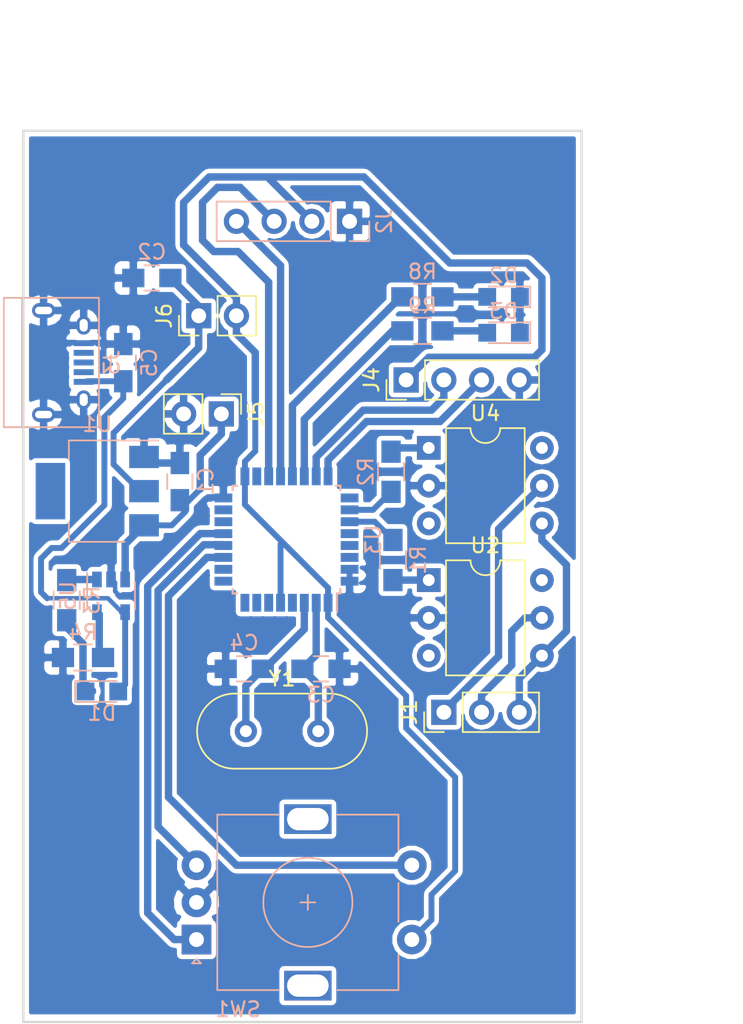
<source format=kicad_pcb>
(kicad_pcb (version 20171130) (host pcbnew "(5.0.2)-1")

  (general
    (thickness 1.6)
    (drawings 8)
    (tracks 169)
    (zones 0)
    (modules 27)
    (nets 49)
  )

  (page A4)
  (layers
    (0 F.Cu signal)
    (31 B.Cu signal)
    (32 B.Adhes user)
    (33 F.Adhes user)
    (34 B.Paste user)
    (35 F.Paste user)
    (36 B.SilkS user)
    (37 F.SilkS user)
    (38 B.Mask user)
    (39 F.Mask user)
    (40 Dwgs.User user)
    (41 Cmts.User user)
    (42 Eco1.User user)
    (43 Eco2.User user)
    (44 Edge.Cuts user)
    (45 Margin user)
    (46 B.CrtYd user)
    (47 F.CrtYd user)
    (48 B.Fab user)
    (49 F.Fab user)
  )

  (setup
    (last_trace_width 0.25)
    (trace_clearance 0.2)
    (zone_clearance 0.408)
    (zone_45_only no)
    (trace_min 0.2)
    (segment_width 0.2)
    (edge_width 0.15)
    (via_size 0.6)
    (via_drill 0.4)
    (via_min_size 0.4)
    (via_min_drill 0.3)
    (uvia_size 0.3)
    (uvia_drill 0.1)
    (uvias_allowed no)
    (uvia_min_size 0.2)
    (uvia_min_drill 0.1)
    (pcb_text_width 0.3)
    (pcb_text_size 1.5 1.5)
    (mod_edge_width 0.15)
    (mod_text_size 1 1)
    (mod_text_width 0.15)
    (pad_size 1.524 1.524)
    (pad_drill 0.762)
    (pad_to_mask_clearance 0.2)
    (solder_mask_min_width 0.25)
    (aux_axis_origin 25.62352 85.01888)
    (grid_origin 25.61336 85.00872)
    (visible_elements 7FFFFFFF)
    (pcbplotparams
      (layerselection 0x000fc_80000001)
      (usegerberextensions false)
      (usegerberattributes true)
      (usegerberadvancedattributes false)
      (creategerberjobfile false)
      (excludeedgelayer false)
      (linewidth 0.100000)
      (plotframeref false)
      (viasonmask false)
      (mode 1)
      (useauxorigin false)
      (hpglpennumber 1)
      (hpglpenspeed 20)
      (hpglpendiameter 15.000000)
      (psnegative false)
      (psa4output false)
      (plotreference false)
      (plotvalue false)
      (plotinvisibletext false)
      (padsonsilk false)
      (subtractmaskfromsilk false)
      (outputformat 1)
      (mirror false)
      (drillshape 0)
      (scaleselection 1)
      (outputdirectory "gerb/"))
  )

  (net 0 "")
  (net 1 Vbat)
  (net 2 GND)
  (net 3 3.3V)
  (net 4 "Net-(C3-Pad1)")
  (net 5 "Net-(C4-Pad1)")
  (net 6 5V)
  (net 7 ENC_1)
  (net 8 ENC_2)
  (net 9 ENC_B)
  (net 10 "Net-(D1-Pad1)")
  (net 11 "Net-(D2-Pad2)")
  (net 12 "Net-(D3-Pad2)")
  (net 13 "Net-(J1-Pad1)")
  (net 14 "Net-(J1-Pad2)")
  (net 15 GNDA)
  (net 16 I2C_SDA)
  (net 17 I2C_SCL)
  (net 18 "Net-(J3-Pad2)")
  (net 19 "Net-(J3-Pad3)")
  (net 20 "Net-(J3-Pad4)")
  (net 21 SWDIO)
  (net 22 SWCLK)
  (net 23 "Net-(R1-Pad1)")
  (net 24 "Net-(R2-Pad1)")
  (net 25 "Net-(R3-Pad2)")
  (net 26 "Net-(R4-Pad1)")
  (net 27 LED_1)
  (net 28 LED_2)
  (net 29 "Net-(SW2-Pad2)")
  (net 30 "Net-(U2-Pad3)")
  (net 31 "Net-(U2-Pad6)")
  (net 32 "Net-(U3-Pad8)")
  (net 33 "Net-(U3-Pad9)")
  (net 34 "Net-(U3-Pad10)")
  (net 35 "Net-(U3-Pad14)")
  (net 36 "Net-(U3-Pad15)")
  (net 37 "Net-(U3-Pad18)")
  (net 38 "Net-(U3-Pad25)")
  (net 39 "Net-(U3-Pad28)")
  (net 40 "Net-(U3-Pad29)")
  (net 41 "Net-(U3-Pad30)")
  (net 42 "Net-(U4-Pad3)")
  (net 43 "Net-(U4-Pad6)")
  (net 44 3.3V_2)
  (net 45 FOCUS)
  (net 46 GATE)
  (net 47 "Net-(U3-Pad6)")
  (net 48 "Net-(U3-Pad7)")

  (net_class Default "Это класс цепей по умолчанию."
    (clearance 0.2)
    (trace_width 0.25)
    (via_dia 0.6)
    (via_drill 0.4)
    (uvia_dia 0.3)
    (uvia_drill 0.1)
    (add_net 3.3V_2)
    (add_net FOCUS)
    (add_net GATE)
    (add_net "Net-(U3-Pad6)")
    (add_net "Net-(U3-Pad7)")
  )

  (net_class 5v ""
    (clearance 0.2)
    (trace_width 0.4)
    (via_dia 0.6)
    (via_drill 0.4)
    (uvia_dia 0.3)
    (uvia_drill 0.1)
    (add_net 5V)
    (add_net GND)
  )

  (net_class all ""
    (clearance 0.2)
    (trace_width 0.5)
    (via_dia 0.6)
    (via_drill 0.4)
    (uvia_dia 0.3)
    (uvia_drill 0.1)
    (add_net ENC_1)
    (add_net ENC_2)
    (add_net ENC_B)
    (add_net GNDA)
    (add_net I2C_SCL)
    (add_net I2C_SDA)
    (add_net LED_1)
    (add_net LED_2)
    (add_net "Net-(C3-Pad1)")
    (add_net "Net-(C4-Pad1)")
    (add_net "Net-(D1-Pad1)")
    (add_net "Net-(D2-Pad2)")
    (add_net "Net-(D3-Pad2)")
    (add_net "Net-(J1-Pad1)")
    (add_net "Net-(J1-Pad2)")
    (add_net "Net-(J3-Pad2)")
    (add_net "Net-(J3-Pad3)")
    (add_net "Net-(J3-Pad4)")
    (add_net "Net-(R1-Pad1)")
    (add_net "Net-(R2-Pad1)")
    (add_net "Net-(R3-Pad2)")
    (add_net "Net-(R4-Pad1)")
    (add_net "Net-(SW2-Pad2)")
    (add_net "Net-(U2-Pad3)")
    (add_net "Net-(U2-Pad6)")
    (add_net "Net-(U3-Pad10)")
    (add_net "Net-(U3-Pad14)")
    (add_net "Net-(U3-Pad15)")
    (add_net "Net-(U3-Pad18)")
    (add_net "Net-(U3-Pad25)")
    (add_net "Net-(U3-Pad28)")
    (add_net "Net-(U3-Pad29)")
    (add_net "Net-(U3-Pad30)")
    (add_net "Net-(U3-Pad8)")
    (add_net "Net-(U3-Pad9)")
    (add_net "Net-(U4-Pad3)")
    (add_net "Net-(U4-Pad6)")
    (add_net SWCLK)
    (add_net SWDIO)
  )

  (net_class def1 ""
    (clearance 0.2)
    (trace_width 0.45)
    (via_dia 0.6)
    (via_drill 0.4)
    (uvia_dia 0.3)
    (uvia_drill 0.1)
  )

  (net_class gnd ""
    (clearance 0.2)
    (trace_width 0.25)
    (via_dia 0.6)
    (via_drill 0.4)
    (uvia_dia 0.3)
    (uvia_drill 0.1)
  )

  (net_class power ""
    (clearance 0.2)
    (trace_width 0.5)
    (via_dia 0.6)
    (via_drill 0.4)
    (uvia_dia 0.3)
    (uvia_drill 0.1)
    (add_net 3.3V)
    (add_net Vbat)
  )

  (module Rotary_Encoder:RotaryEncoder_Alps_EC11E-Switch_Vertical_H20mm (layer B.Cu) (tedit 5BA6A436) (tstamp 5BBA67FE)
    (at 38.332 78.025)
    (descr "Alps rotary encoder, EC12E... with switch, vertical shaft, http://www.alps.com/prod/info/E/HTML/Encoder/Incremental/EC11/EC11E15204A3.html")
    (tags "rotary encoder")
    (path /5BA64708)
    (fp_text reference SW1 (at 2.8 4.7) (layer B.SilkS)
      (effects (font (size 1 1) (thickness 0.15)) (justify mirror))
    )
    (fp_text value Encoder (at 11.99048 -10.34924) (layer B.Fab)
      (effects (font (size 1 1) (thickness 0.15)) (justify mirror))
    )
    (fp_text user %R (at 11.1 -6.3) (layer B.Fab)
      (effects (font (size 1 1) (thickness 0.15)) (justify mirror))
    )
    (fp_line (start 7 -2.5) (end 8 -2.5) (layer B.SilkS) (width 0.12))
    (fp_line (start 7.5 -2) (end 7.5 -3) (layer B.SilkS) (width 0.12))
    (fp_line (start 13.6 -6) (end 13.6 -8.4) (layer B.SilkS) (width 0.12))
    (fp_line (start 13.6 -1.2) (end 13.6 -3.8) (layer B.SilkS) (width 0.12))
    (fp_line (start 13.6 3.4) (end 13.6 1) (layer B.SilkS) (width 0.12))
    (fp_line (start 4.5 -2.5) (end 10.5 -2.5) (layer B.Fab) (width 0.12))
    (fp_line (start 7.5 0.5) (end 7.5 -5.5) (layer B.Fab) (width 0.12))
    (fp_line (start 0.3 1.6) (end 0 1.3) (layer B.SilkS) (width 0.12))
    (fp_line (start -0.3 1.6) (end 0.3 1.6) (layer B.SilkS) (width 0.12))
    (fp_line (start 0 1.3) (end -0.3 1.6) (layer B.SilkS) (width 0.12))
    (fp_line (start 1.4 3.4) (end 1.4 -8.4) (layer B.SilkS) (width 0.12))
    (fp_line (start 5.5 3.4) (end 1.4 3.4) (layer B.SilkS) (width 0.12))
    (fp_line (start 5.5 -8.4) (end 1.4 -8.4) (layer B.SilkS) (width 0.12))
    (fp_line (start 13.6 -8.4) (end 9.5 -8.4) (layer B.SilkS) (width 0.12))
    (fp_line (start 9.5 3.4) (end 13.6 3.4) (layer B.SilkS) (width 0.12))
    (fp_line (start 1.5 2.2) (end 2.5 3.3) (layer B.Fab) (width 0.12))
    (fp_line (start 1.5 -8.3) (end 1.5 2.2) (layer B.Fab) (width 0.12))
    (fp_line (start 13.5 -8.3) (end 1.5 -8.3) (layer B.Fab) (width 0.12))
    (fp_line (start 13.5 3.3) (end 13.5 -8.3) (layer B.Fab) (width 0.12))
    (fp_line (start 2.5 3.3) (end 13.5 3.3) (layer B.Fab) (width 0.12))
    (fp_line (start -1.5 4.6) (end 16 4.6) (layer B.CrtYd) (width 0.05))
    (fp_line (start -1.5 4.6) (end -1.5 -9.6) (layer B.CrtYd) (width 0.05))
    (fp_line (start 16 -9.6) (end 16 4.6) (layer B.CrtYd) (width 0.05))
    (fp_line (start 16 -9.6) (end -1.5 -9.6) (layer B.CrtYd) (width 0.05))
    (fp_circle (center 7.5 -2.5) (end 10.5 -2.5) (layer B.SilkS) (width 0.12))
    (fp_circle (center 7.5 -2.5) (end 10.5 -2.5) (layer B.Fab) (width 0.12))
    (pad 5 thru_hole circle (at 14.5 -5) (size 2 2) (drill 1) (layers *.Cu *.Mask)
      (net 9 ENC_B))
    (pad 4 thru_hole circle (at 14.5 0) (size 2 2) (drill 1) (layers *.Cu *.Mask)
      (net 44 3.3V_2))
    (pad MP thru_hole rect (at 7.5 -8.1) (size 3.2 2) (drill oval 2.8 1.5) (layers *.Cu *.Mask))
    (pad MP thru_hole rect (at 7.5 3.1) (size 3.2 2) (drill oval 2.8 1.5) (layers *.Cu *.Mask))
    (pad 3 thru_hole circle (at 0 -5) (size 2 2) (drill 1) (layers *.Cu *.Mask)
      (net 8 ENC_2))
    (pad 2 thru_hole circle (at 0 -2.5) (size 2 2) (drill 1) (layers *.Cu *.Mask)
      (net 2 GND))
    (pad 1 thru_hole rect (at 0 0) (size 2 2) (drill 1) (layers *.Cu *.Mask)
      (net 7 ENC_1))
    (model ${KISYS3DMOD}/Rotary_Encoder.3dshapes/RotaryEncoder_Alps_EC11E-Switch_Vertical_H20mm.wrl
      (at (xyz 0 0 0))
      (scale (xyz 1 1 1))
      (rotate (xyz 0 0 0))
    )
  )

  (module Housings_QFP:LQFP-32_7x7mm_Pitch0.8mm placed (layer B.Cu) (tedit 54130A77) (tstamp 5BBA683C)
    (at 44.393 51.122 90)
    (descr "LQFP32: plastic low profile quad flat package; 32 leads; body 7 x 7 x 1.4 mm (see NXP sot358-1_po.pdf and sot358-1_fr.pdf)")
    (tags "QFP 0.8")
    (path /5BA56E80)
    (attr smd)
    (fp_text reference U3 (at 0 5.85 90) (layer B.SilkS)
      (effects (font (size 1 1) (thickness 0.15)) (justify mirror))
    )
    (fp_text value STM32F030K6Tx (at 1.846 0.438) (layer B.Fab)
      (effects (font (size 1 1) (thickness 0.15)) (justify mirror))
    )
    (fp_text user %R (at 0 0 90) (layer B.Fab)
      (effects (font (size 1 1) (thickness 0.15)) (justify mirror))
    )
    (fp_line (start -2.5 3.5) (end 3.5 3.5) (layer B.Fab) (width 0.15))
    (fp_line (start 3.5 3.5) (end 3.5 -3.5) (layer B.Fab) (width 0.15))
    (fp_line (start 3.5 -3.5) (end -3.5 -3.5) (layer B.Fab) (width 0.15))
    (fp_line (start -3.5 -3.5) (end -3.5 2.5) (layer B.Fab) (width 0.15))
    (fp_line (start -3.5 2.5) (end -2.5 3.5) (layer B.Fab) (width 0.15))
    (fp_line (start -5.1 5.1) (end -5.1 -5.1) (layer B.CrtYd) (width 0.05))
    (fp_line (start 5.1 5.1) (end 5.1 -5.1) (layer B.CrtYd) (width 0.05))
    (fp_line (start -5.1 5.1) (end 5.1 5.1) (layer B.CrtYd) (width 0.05))
    (fp_line (start -5.1 -5.1) (end 5.1 -5.1) (layer B.CrtYd) (width 0.05))
    (fp_line (start -3.625 3.625) (end -3.625 3.4) (layer B.SilkS) (width 0.15))
    (fp_line (start 3.625 3.625) (end 3.625 3.325) (layer B.SilkS) (width 0.15))
    (fp_line (start 3.625 -3.625) (end 3.625 -3.325) (layer B.SilkS) (width 0.15))
    (fp_line (start -3.625 -3.625) (end -3.625 -3.325) (layer B.SilkS) (width 0.15))
    (fp_line (start -3.625 3.625) (end -3.325 3.625) (layer B.SilkS) (width 0.15))
    (fp_line (start -3.625 -3.625) (end -3.325 -3.625) (layer B.SilkS) (width 0.15))
    (fp_line (start 3.625 -3.625) (end 3.325 -3.625) (layer B.SilkS) (width 0.15))
    (fp_line (start 3.625 3.625) (end 3.325 3.625) (layer B.SilkS) (width 0.15))
    (fp_line (start -3.625 3.4) (end -4.85 3.4) (layer B.SilkS) (width 0.15))
    (pad 1 smd rect (at -4.25 2.8 90) (size 1.2 0.6) (layers B.Cu B.Paste B.Mask)
      (net 44 3.3V_2))
    (pad 2 smd rect (at -4.25 2 90) (size 1.2 0.6) (layers B.Cu B.Paste B.Mask)
      (net 4 "Net-(C3-Pad1)"))
    (pad 3 smd rect (at -4.25 1.2 90) (size 1.2 0.6) (layers B.Cu B.Paste B.Mask)
      (net 5 "Net-(C4-Pad1)"))
    (pad 4 smd rect (at -4.25 0.4 90) (size 1.2 0.6) (layers B.Cu B.Paste B.Mask)
      (net 29 "Net-(SW2-Pad2)"))
    (pad 5 smd rect (at -4.25 -0.4 90) (size 1.2 0.6) (layers B.Cu B.Paste B.Mask)
      (net 44 3.3V_2))
    (pad 6 smd rect (at -4.25 -1.2 90) (size 1.2 0.6) (layers B.Cu B.Paste B.Mask)
      (net 47 "Net-(U3-Pad6)"))
    (pad 7 smd rect (at -4.25 -2 90) (size 1.2 0.6) (layers B.Cu B.Paste B.Mask)
      (net 48 "Net-(U3-Pad7)"))
    (pad 8 smd rect (at -4.25 -2.8 90) (size 1.2 0.6) (layers B.Cu B.Paste B.Mask)
      (net 32 "Net-(U3-Pad8)"))
    (pad 9 smd rect (at -2.8 -4.25) (size 1.2 0.6) (layers B.Cu B.Paste B.Mask)
      (net 33 "Net-(U3-Pad9)"))
    (pad 10 smd rect (at -2 -4.25) (size 1.2 0.6) (layers B.Cu B.Paste B.Mask)
      (net 34 "Net-(U3-Pad10)"))
    (pad 11 smd rect (at -1.2 -4.25) (size 1.2 0.6) (layers B.Cu B.Paste B.Mask)
      (net 9 ENC_B))
    (pad 12 smd rect (at -0.4 -4.25) (size 1.2 0.6) (layers B.Cu B.Paste B.Mask)
      (net 8 ENC_2))
    (pad 13 smd rect (at 0.4 -4.25) (size 1.2 0.6) (layers B.Cu B.Paste B.Mask)
      (net 7 ENC_1))
    (pad 14 smd rect (at 1.2 -4.25) (size 1.2 0.6) (layers B.Cu B.Paste B.Mask)
      (net 35 "Net-(U3-Pad14)"))
    (pad 15 smd rect (at 2 -4.25) (size 1.2 0.6) (layers B.Cu B.Paste B.Mask)
      (net 36 "Net-(U3-Pad15)"))
    (pad 16 smd rect (at 2.8 -4.25) (size 1.2 0.6) (layers B.Cu B.Paste B.Mask)
      (net 2 GND))
    (pad 17 smd rect (at 4.25 -2.8 90) (size 1.2 0.6) (layers B.Cu B.Paste B.Mask)
      (net 44 3.3V_2))
    (pad 18 smd rect (at 4.25 -2 90) (size 1.2 0.6) (layers B.Cu B.Paste B.Mask)
      (net 37 "Net-(U3-Pad18)"))
    (pad 19 smd rect (at 4.25 -1.2 90) (size 1.2 0.6) (layers B.Cu B.Paste B.Mask)
      (net 17 I2C_SCL))
    (pad 20 smd rect (at 4.25 -0.4 90) (size 1.2 0.6) (layers B.Cu B.Paste B.Mask)
      (net 16 I2C_SDA))
    (pad 21 smd rect (at 4.25 0.4 90) (size 1.2 0.6) (layers B.Cu B.Paste B.Mask)
      (net 27 LED_1))
    (pad 22 smd rect (at 4.25 1.2 90) (size 1.2 0.6) (layers B.Cu B.Paste B.Mask)
      (net 28 LED_2))
    (pad 23 smd rect (at 4.25 2 90) (size 1.2 0.6) (layers B.Cu B.Paste B.Mask)
      (net 21 SWDIO))
    (pad 24 smd rect (at 4.25 2.8 90) (size 1.2 0.6) (layers B.Cu B.Paste B.Mask)
      (net 22 SWCLK))
    (pad 25 smd rect (at 2.8 4.25) (size 1.2 0.6) (layers B.Cu B.Paste B.Mask)
      (net 38 "Net-(U3-Pad25)"))
    (pad 26 smd rect (at 2 4.25) (size 1.2 0.6) (layers B.Cu B.Paste B.Mask)
      (net 46 GATE))
    (pad 27 smd rect (at 1.2 4.25) (size 1.2 0.6) (layers B.Cu B.Paste B.Mask)
      (net 45 FOCUS))
    (pad 28 smd rect (at 0.4 4.25) (size 1.2 0.6) (layers B.Cu B.Paste B.Mask)
      (net 39 "Net-(U3-Pad28)"))
    (pad 29 smd rect (at -0.4 4.25) (size 1.2 0.6) (layers B.Cu B.Paste B.Mask)
      (net 40 "Net-(U3-Pad29)"))
    (pad 30 smd rect (at -1.2 4.25) (size 1.2 0.6) (layers B.Cu B.Paste B.Mask)
      (net 41 "Net-(U3-Pad30)"))
    (pad 31 smd rect (at -2 4.25) (size 1.2 0.6) (layers B.Cu B.Paste B.Mask)
      (net 2 GND))
    (pad 32 smd rect (at -2.8 4.25) (size 1.2 0.6) (layers B.Cu B.Paste B.Mask)
      (net 2 GND))
    (model ${KISYS3DMOD}/Housings_QFP.3dshapes/LQFP-32_7x7mm_Pitch0.8mm.wrl
      (at (xyz 0 0 0))
      (scale (xyz 1 1 1))
      (rotate (xyz 0 0 0))
    )
  )

  (module Capacitors_SMD:C_0805_HandSoldering placed (layer B.Cu) (tedit 58AA84A8) (tstamp 5BBA6775)
    (at 37.211 47.224 90)
    (descr "Capacitor SMD 0805, hand soldering")
    (tags "capacitor 0805")
    (path /5BA5AB83)
    (attr smd)
    (fp_text reference C1 (at 0 1.75 90) (layer B.SilkS)
      (effects (font (size 1 1) (thickness 0.15)) (justify mirror))
    )
    (fp_text value 10uF (at 0 -1.75 90) (layer B.Fab)
      (effects (font (size 1 1) (thickness 0.15)) (justify mirror))
    )
    (fp_text user %R (at 0 1.75 90) (layer B.Fab)
      (effects (font (size 1 1) (thickness 0.15)) (justify mirror))
    )
    (fp_line (start -1 -0.62) (end -1 0.62) (layer B.Fab) (width 0.1))
    (fp_line (start 1 -0.62) (end -1 -0.62) (layer B.Fab) (width 0.1))
    (fp_line (start 1 0.62) (end 1 -0.62) (layer B.Fab) (width 0.1))
    (fp_line (start -1 0.62) (end 1 0.62) (layer B.Fab) (width 0.1))
    (fp_line (start 0.5 0.85) (end -0.5 0.85) (layer B.SilkS) (width 0.12))
    (fp_line (start -0.5 -0.85) (end 0.5 -0.85) (layer B.SilkS) (width 0.12))
    (fp_line (start -2.25 0.88) (end 2.25 0.88) (layer B.CrtYd) (width 0.05))
    (fp_line (start -2.25 0.88) (end -2.25 -0.87) (layer B.CrtYd) (width 0.05))
    (fp_line (start 2.25 -0.87) (end 2.25 0.88) (layer B.CrtYd) (width 0.05))
    (fp_line (start 2.25 -0.87) (end -2.25 -0.87) (layer B.CrtYd) (width 0.05))
    (pad 1 smd rect (at -1.25 0 90) (size 1.5 1.25) (layers B.Cu B.Paste B.Mask)
      (net 1 Vbat))
    (pad 2 smd rect (at 1.25 0 90) (size 1.5 1.25) (layers B.Cu B.Paste B.Mask)
      (net 2 GND))
    (model Capacitors_SMD.3dshapes/C_0805.wrl
      (at (xyz 0 0 0))
      (scale (xyz 1 1 1))
      (rotate (xyz 0 0 0))
    )
  )

  (module Capacitors_SMD:C_0805_HandSoldering placed (layer B.Cu) (tedit 58AA84A8) (tstamp 5BBA677B)
    (at 35.326 33.528 180)
    (descr "Capacitor SMD 0805, hand soldering")
    (tags "capacitor 0805")
    (path /5BA5A93F)
    (attr smd)
    (fp_text reference C2 (at 0 1.75 180) (layer B.SilkS)
      (effects (font (size 1 1) (thickness 0.15)) (justify mirror))
    )
    (fp_text value 22uF (at 0 -1.75 180) (layer B.Fab)
      (effects (font (size 1 1) (thickness 0.15)) (justify mirror))
    )
    (fp_text user %R (at 0 1.75 180) (layer B.Fab)
      (effects (font (size 1 1) (thickness 0.15)) (justify mirror))
    )
    (fp_line (start -1 -0.62) (end -1 0.62) (layer B.Fab) (width 0.1))
    (fp_line (start 1 -0.62) (end -1 -0.62) (layer B.Fab) (width 0.1))
    (fp_line (start 1 0.62) (end 1 -0.62) (layer B.Fab) (width 0.1))
    (fp_line (start -1 0.62) (end 1 0.62) (layer B.Fab) (width 0.1))
    (fp_line (start 0.5 0.85) (end -0.5 0.85) (layer B.SilkS) (width 0.12))
    (fp_line (start -0.5 -0.85) (end 0.5 -0.85) (layer B.SilkS) (width 0.12))
    (fp_line (start -2.25 0.88) (end 2.25 0.88) (layer B.CrtYd) (width 0.05))
    (fp_line (start -2.25 0.88) (end -2.25 -0.87) (layer B.CrtYd) (width 0.05))
    (fp_line (start 2.25 -0.87) (end 2.25 0.88) (layer B.CrtYd) (width 0.05))
    (fp_line (start 2.25 -0.87) (end -2.25 -0.87) (layer B.CrtYd) (width 0.05))
    (pad 1 smd rect (at -1.25 0 180) (size 1.5 1.25) (layers B.Cu B.Paste B.Mask)
      (net 3 3.3V))
    (pad 2 smd rect (at 1.25 0 180) (size 1.5 1.25) (layers B.Cu B.Paste B.Mask)
      (net 2 GND))
    (model Capacitors_SMD.3dshapes/C_0805.wrl
      (at (xyz 0 0 0))
      (scale (xyz 1 1 1))
      (rotate (xyz 0 0 0))
    )
  )

  (module Capacitors_SMD:C_0805_HandSoldering placed (layer B.Cu) (tedit 58AA84A8) (tstamp 5BBA6781)
    (at 46.716 59.817)
    (descr "Capacitor SMD 0805, hand soldering")
    (tags "capacitor 0805")
    (path /5BA571F1)
    (attr smd)
    (fp_text reference C3 (at 0 1.75) (layer B.SilkS)
      (effects (font (size 1 1) (thickness 0.15)) (justify mirror))
    )
    (fp_text value 20pF (at 0 -1.75) (layer B.Fab)
      (effects (font (size 1 1) (thickness 0.15)) (justify mirror))
    )
    (fp_text user %R (at 0 1.75) (layer B.Fab)
      (effects (font (size 1 1) (thickness 0.15)) (justify mirror))
    )
    (fp_line (start -1 -0.62) (end -1 0.62) (layer B.Fab) (width 0.1))
    (fp_line (start 1 -0.62) (end -1 -0.62) (layer B.Fab) (width 0.1))
    (fp_line (start 1 0.62) (end 1 -0.62) (layer B.Fab) (width 0.1))
    (fp_line (start -1 0.62) (end 1 0.62) (layer B.Fab) (width 0.1))
    (fp_line (start 0.5 0.85) (end -0.5 0.85) (layer B.SilkS) (width 0.12))
    (fp_line (start -0.5 -0.85) (end 0.5 -0.85) (layer B.SilkS) (width 0.12))
    (fp_line (start -2.25 0.88) (end 2.25 0.88) (layer B.CrtYd) (width 0.05))
    (fp_line (start -2.25 0.88) (end -2.25 -0.87) (layer B.CrtYd) (width 0.05))
    (fp_line (start 2.25 -0.87) (end 2.25 0.88) (layer B.CrtYd) (width 0.05))
    (fp_line (start 2.25 -0.87) (end -2.25 -0.87) (layer B.CrtYd) (width 0.05))
    (pad 1 smd rect (at -1.25 0) (size 1.5 1.25) (layers B.Cu B.Paste B.Mask)
      (net 4 "Net-(C3-Pad1)"))
    (pad 2 smd rect (at 1.25 0) (size 1.5 1.25) (layers B.Cu B.Paste B.Mask)
      (net 2 GND))
    (model Capacitors_SMD.3dshapes/C_0805.wrl
      (at (xyz 0 0 0))
      (scale (xyz 1 1 1))
      (rotate (xyz 0 0 0))
    )
  )

  (module Capacitors_SMD:C_0805_HandSoldering placed (layer B.Cu) (tedit 58AA84A8) (tstamp 5BBA6787)
    (at 41.549 59.817 180)
    (descr "Capacitor SMD 0805, hand soldering")
    (tags "capacitor 0805")
    (path /5BA57236)
    (attr smd)
    (fp_text reference C4 (at 0 1.75 180) (layer B.SilkS)
      (effects (font (size 1 1) (thickness 0.15)) (justify mirror))
    )
    (fp_text value 20pF (at 0 -1.75 180) (layer B.Fab)
      (effects (font (size 1 1) (thickness 0.15)) (justify mirror))
    )
    (fp_text user %R (at 0 1.75 180) (layer B.Fab)
      (effects (font (size 1 1) (thickness 0.15)) (justify mirror))
    )
    (fp_line (start -1 -0.62) (end -1 0.62) (layer B.Fab) (width 0.1))
    (fp_line (start 1 -0.62) (end -1 -0.62) (layer B.Fab) (width 0.1))
    (fp_line (start 1 0.62) (end 1 -0.62) (layer B.Fab) (width 0.1))
    (fp_line (start -1 0.62) (end 1 0.62) (layer B.Fab) (width 0.1))
    (fp_line (start 0.5 0.85) (end -0.5 0.85) (layer B.SilkS) (width 0.12))
    (fp_line (start -0.5 -0.85) (end 0.5 -0.85) (layer B.SilkS) (width 0.12))
    (fp_line (start -2.25 0.88) (end 2.25 0.88) (layer B.CrtYd) (width 0.05))
    (fp_line (start -2.25 0.88) (end -2.25 -0.87) (layer B.CrtYd) (width 0.05))
    (fp_line (start 2.25 -0.87) (end 2.25 0.88) (layer B.CrtYd) (width 0.05))
    (fp_line (start 2.25 -0.87) (end -2.25 -0.87) (layer B.CrtYd) (width 0.05))
    (pad 1 smd rect (at -1.25 0 180) (size 1.5 1.25) (layers B.Cu B.Paste B.Mask)
      (net 5 "Net-(C4-Pad1)"))
    (pad 2 smd rect (at 1.25 0 180) (size 1.5 1.25) (layers B.Cu B.Paste B.Mask)
      (net 2 GND))
    (model Capacitors_SMD.3dshapes/C_0805.wrl
      (at (xyz 0 0 0))
      (scale (xyz 1 1 1))
      (rotate (xyz 0 0 0))
    )
  )

  (module Capacitors_SMD:C_0805_HandSoldering placed (layer B.Cu) (tedit 58AA84A8) (tstamp 5BBA678D)
    (at 33.401 39.223 90)
    (descr "Capacitor SMD 0805, hand soldering")
    (tags "capacitor 0805")
    (path /5BA5DA5C)
    (attr smd)
    (fp_text reference C5 (at 0 1.75 90) (layer B.SilkS)
      (effects (font (size 1 1) (thickness 0.15)) (justify mirror))
    )
    (fp_text value 4.7uF (at 0 -1.75 90) (layer B.Fab)
      (effects (font (size 1 1) (thickness 0.15)) (justify mirror))
    )
    (fp_text user %R (at 0 1.75 90) (layer B.Fab)
      (effects (font (size 1 1) (thickness 0.15)) (justify mirror))
    )
    (fp_line (start -1 -0.62) (end -1 0.62) (layer B.Fab) (width 0.1))
    (fp_line (start 1 -0.62) (end -1 -0.62) (layer B.Fab) (width 0.1))
    (fp_line (start 1 0.62) (end 1 -0.62) (layer B.Fab) (width 0.1))
    (fp_line (start -1 0.62) (end 1 0.62) (layer B.Fab) (width 0.1))
    (fp_line (start 0.5 0.85) (end -0.5 0.85) (layer B.SilkS) (width 0.12))
    (fp_line (start -0.5 -0.85) (end 0.5 -0.85) (layer B.SilkS) (width 0.12))
    (fp_line (start -2.25 0.88) (end 2.25 0.88) (layer B.CrtYd) (width 0.05))
    (fp_line (start -2.25 0.88) (end -2.25 -0.87) (layer B.CrtYd) (width 0.05))
    (fp_line (start 2.25 -0.87) (end 2.25 0.88) (layer B.CrtYd) (width 0.05))
    (fp_line (start 2.25 -0.87) (end -2.25 -0.87) (layer B.CrtYd) (width 0.05))
    (pad 1 smd rect (at -1.25 0 90) (size 1.5 1.25) (layers B.Cu B.Paste B.Mask)
      (net 6 5V))
    (pad 2 smd rect (at 1.25 0 90) (size 1.5 1.25) (layers B.Cu B.Paste B.Mask)
      (net 2 GND))
    (model Capacitors_SMD.3dshapes/C_0805.wrl
      (at (xyz 0 0 0))
      (scale (xyz 1 1 1))
      (rotate (xyz 0 0 0))
    )
  )

  (module LEDs:LED_0805 placed (layer B.Cu) (tedit 59959803) (tstamp 5BBA6793)
    (at 31.961 61.341)
    (descr "LED 0805 smd package")
    (tags "LED led 0805 SMD smd SMT smt smdled SMDLED smtled SMTLED")
    (path /5BA5D192)
    (attr smd)
    (fp_text reference D1 (at 0 1.45) (layer B.SilkS)
      (effects (font (size 1 1) (thickness 0.15)) (justify mirror))
    )
    (fp_text value LED (at 1.79052 1.66116) (layer B.Fab)
      (effects (font (size 1 1) (thickness 0.15)) (justify mirror))
    )
    (fp_line (start -1.8 0.7) (end -1.8 -0.7) (layer B.SilkS) (width 0.12))
    (fp_line (start -0.4 0.4) (end -0.4 -0.4) (layer B.Fab) (width 0.1))
    (fp_line (start -0.4 0) (end 0.2 0.4) (layer B.Fab) (width 0.1))
    (fp_line (start 0.2 -0.4) (end -0.4 0) (layer B.Fab) (width 0.1))
    (fp_line (start 0.2 0.4) (end 0.2 -0.4) (layer B.Fab) (width 0.1))
    (fp_line (start 1 -0.6) (end -1 -0.6) (layer B.Fab) (width 0.1))
    (fp_line (start 1 0.6) (end 1 -0.6) (layer B.Fab) (width 0.1))
    (fp_line (start -1 0.6) (end 1 0.6) (layer B.Fab) (width 0.1))
    (fp_line (start -1 -0.6) (end -1 0.6) (layer B.Fab) (width 0.1))
    (fp_line (start -1.8 -0.7) (end 1 -0.7) (layer B.SilkS) (width 0.12))
    (fp_line (start -1.8 0.7) (end 1 0.7) (layer B.SilkS) (width 0.12))
    (fp_line (start 1.95 0.85) (end 1.95 -0.85) (layer B.CrtYd) (width 0.05))
    (fp_line (start 1.95 -0.85) (end -1.95 -0.85) (layer B.CrtYd) (width 0.05))
    (fp_line (start -1.95 -0.85) (end -1.95 0.85) (layer B.CrtYd) (width 0.05))
    (fp_line (start -1.95 0.85) (end 1.95 0.85) (layer B.CrtYd) (width 0.05))
    (fp_text user %R (at 0 1.25) (layer B.Fab)
      (effects (font (size 0.4 0.4) (thickness 0.1)) (justify mirror))
    )
    (pad 2 smd rect (at 1.1 0 180) (size 1.2 1.2) (layers B.Cu B.Paste B.Mask)
      (net 6 5V))
    (pad 1 smd rect (at -1.1 0 180) (size 1.2 1.2) (layers B.Cu B.Paste B.Mask)
      (net 10 "Net-(D1-Pad1)"))
    (model ${KISYS3DMOD}/LEDs.3dshapes/LED_0805.wrl
      (at (xyz 0 0 0))
      (scale (xyz 1 1 1))
      (rotate (xyz 0 0 180))
    )
  )

  (module LEDs:LED_0805 placed (layer B.Cu) (tedit 59959803) (tstamp 5BBA6799)
    (at 59.012 34.798 180)
    (descr "LED 0805 smd package")
    (tags "LED led 0805 SMD smd SMT smt smdled SMDLED smtled SMTLED")
    (path /5BA6BBDA)
    (attr smd)
    (fp_text reference D2 (at 0 1.45 180) (layer B.SilkS)
      (effects (font (size 1 1) (thickness 0.15)) (justify mirror))
    )
    (fp_text value LED (at 0 -1.55 180) (layer B.Fab)
      (effects (font (size 1 1) (thickness 0.15)) (justify mirror))
    )
    (fp_line (start -1.8 0.7) (end -1.8 -0.7) (layer B.SilkS) (width 0.12))
    (fp_line (start -0.4 0.4) (end -0.4 -0.4) (layer B.Fab) (width 0.1))
    (fp_line (start -0.4 0) (end 0.2 0.4) (layer B.Fab) (width 0.1))
    (fp_line (start 0.2 -0.4) (end -0.4 0) (layer B.Fab) (width 0.1))
    (fp_line (start 0.2 0.4) (end 0.2 -0.4) (layer B.Fab) (width 0.1))
    (fp_line (start 1 -0.6) (end -1 -0.6) (layer B.Fab) (width 0.1))
    (fp_line (start 1 0.6) (end 1 -0.6) (layer B.Fab) (width 0.1))
    (fp_line (start -1 0.6) (end 1 0.6) (layer B.Fab) (width 0.1))
    (fp_line (start -1 -0.6) (end -1 0.6) (layer B.Fab) (width 0.1))
    (fp_line (start -1.8 -0.7) (end 1 -0.7) (layer B.SilkS) (width 0.12))
    (fp_line (start -1.8 0.7) (end 1 0.7) (layer B.SilkS) (width 0.12))
    (fp_line (start 1.95 0.85) (end 1.95 -0.85) (layer B.CrtYd) (width 0.05))
    (fp_line (start 1.95 -0.85) (end -1.95 -0.85) (layer B.CrtYd) (width 0.05))
    (fp_line (start -1.95 -0.85) (end -1.95 0.85) (layer B.CrtYd) (width 0.05))
    (fp_line (start -1.95 0.85) (end 1.95 0.85) (layer B.CrtYd) (width 0.05))
    (fp_text user %R (at 0 1.25 180) (layer B.Fab)
      (effects (font (size 0.4 0.4) (thickness 0.1)) (justify mirror))
    )
    (pad 2 smd rect (at 1.1 0) (size 1.2 1.2) (layers B.Cu B.Paste B.Mask)
      (net 11 "Net-(D2-Pad2)"))
    (pad 1 smd rect (at -1.1 0) (size 1.2 1.2) (layers B.Cu B.Paste B.Mask)
      (net 2 GND))
    (model ${KISYS3DMOD}/LEDs.3dshapes/LED_0805.wrl
      (at (xyz 0 0 0))
      (scale (xyz 1 1 1))
      (rotate (xyz 0 0 180))
    )
  )

  (module LEDs:LED_0805 placed (layer B.Cu) (tedit 59959803) (tstamp 5BBA679F)
    (at 59.012 37.211 180)
    (descr "LED 0805 smd package")
    (tags "LED led 0805 SMD smd SMT smt smdled SMDLED smtled SMTLED")
    (path /5BA6B784)
    (attr smd)
    (fp_text reference D3 (at 0 1.45 180) (layer B.SilkS)
      (effects (font (size 1 1) (thickness 0.15)) (justify mirror))
    )
    (fp_text value LED (at 0 -1.55 180) (layer B.Fab)
      (effects (font (size 1 1) (thickness 0.15)) (justify mirror))
    )
    (fp_line (start -1.8 0.7) (end -1.8 -0.7) (layer B.SilkS) (width 0.12))
    (fp_line (start -0.4 0.4) (end -0.4 -0.4) (layer B.Fab) (width 0.1))
    (fp_line (start -0.4 0) (end 0.2 0.4) (layer B.Fab) (width 0.1))
    (fp_line (start 0.2 -0.4) (end -0.4 0) (layer B.Fab) (width 0.1))
    (fp_line (start 0.2 0.4) (end 0.2 -0.4) (layer B.Fab) (width 0.1))
    (fp_line (start 1 -0.6) (end -1 -0.6) (layer B.Fab) (width 0.1))
    (fp_line (start 1 0.6) (end 1 -0.6) (layer B.Fab) (width 0.1))
    (fp_line (start -1 0.6) (end 1 0.6) (layer B.Fab) (width 0.1))
    (fp_line (start -1 -0.6) (end -1 0.6) (layer B.Fab) (width 0.1))
    (fp_line (start -1.8 -0.7) (end 1 -0.7) (layer B.SilkS) (width 0.12))
    (fp_line (start -1.8 0.7) (end 1 0.7) (layer B.SilkS) (width 0.12))
    (fp_line (start 1.95 0.85) (end 1.95 -0.85) (layer B.CrtYd) (width 0.05))
    (fp_line (start 1.95 -0.85) (end -1.95 -0.85) (layer B.CrtYd) (width 0.05))
    (fp_line (start -1.95 -0.85) (end -1.95 0.85) (layer B.CrtYd) (width 0.05))
    (fp_line (start -1.95 0.85) (end 1.95 0.85) (layer B.CrtYd) (width 0.05))
    (fp_text user %R (at 0 1.25 180) (layer B.Fab)
      (effects (font (size 0.4 0.4) (thickness 0.1)) (justify mirror))
    )
    (pad 2 smd rect (at 1.1 0) (size 1.2 1.2) (layers B.Cu B.Paste B.Mask)
      (net 12 "Net-(D3-Pad2)"))
    (pad 1 smd rect (at -1.1 0) (size 1.2 1.2) (layers B.Cu B.Paste B.Mask)
      (net 2 GND))
    (model ${KISYS3DMOD}/LEDs.3dshapes/LED_0805.wrl
      (at (xyz 0 0 0))
      (scale (xyz 1 1 1))
      (rotate (xyz 0 0 180))
    )
  )

  (module Pin_Headers:Pin_Header_Straight_1x03_Pitch2.54mm placed (layer F.Cu) (tedit 59650532) (tstamp 5BBA67A6)
    (at 54.991 62.738 90)
    (descr "Through hole straight pin header, 1x03, 2.54mm pitch, single row")
    (tags "Through hole pin header THT 1x03 2.54mm single row")
    (path /5BA59D1D)
    (fp_text reference J1 (at 0 -2.33 90) (layer F.SilkS)
      (effects (font (size 1 1) (thickness 0.15)))
    )
    (fp_text value Photo (at -2.22504 2.50444 180) (layer F.Fab)
      (effects (font (size 1 1) (thickness 0.15)))
    )
    (fp_line (start -0.635 -1.27) (end 1.27 -1.27) (layer F.Fab) (width 0.1))
    (fp_line (start 1.27 -1.27) (end 1.27 6.35) (layer F.Fab) (width 0.1))
    (fp_line (start 1.27 6.35) (end -1.27 6.35) (layer F.Fab) (width 0.1))
    (fp_line (start -1.27 6.35) (end -1.27 -0.635) (layer F.Fab) (width 0.1))
    (fp_line (start -1.27 -0.635) (end -0.635 -1.27) (layer F.Fab) (width 0.1))
    (fp_line (start -1.33 6.41) (end 1.33 6.41) (layer F.SilkS) (width 0.12))
    (fp_line (start -1.33 1.27) (end -1.33 6.41) (layer F.SilkS) (width 0.12))
    (fp_line (start 1.33 1.27) (end 1.33 6.41) (layer F.SilkS) (width 0.12))
    (fp_line (start -1.33 1.27) (end 1.33 1.27) (layer F.SilkS) (width 0.12))
    (fp_line (start -1.33 0) (end -1.33 -1.33) (layer F.SilkS) (width 0.12))
    (fp_line (start -1.33 -1.33) (end 0 -1.33) (layer F.SilkS) (width 0.12))
    (fp_line (start -1.8 -1.8) (end -1.8 6.85) (layer F.CrtYd) (width 0.05))
    (fp_line (start -1.8 6.85) (end 1.8 6.85) (layer F.CrtYd) (width 0.05))
    (fp_line (start 1.8 6.85) (end 1.8 -1.8) (layer F.CrtYd) (width 0.05))
    (fp_line (start 1.8 -1.8) (end -1.8 -1.8) (layer F.CrtYd) (width 0.05))
    (fp_text user %R (at 0 2.54 180) (layer F.Fab)
      (effects (font (size 1 1) (thickness 0.15)))
    )
    (pad 1 thru_hole rect (at 0 0 90) (size 1.7 1.7) (drill 1) (layers *.Cu *.Mask)
      (net 13 "Net-(J1-Pad1)"))
    (pad 2 thru_hole oval (at 0 2.54 90) (size 1.7 1.7) (drill 1) (layers *.Cu *.Mask)
      (net 14 "Net-(J1-Pad2)"))
    (pad 3 thru_hole oval (at 0 5.08 90) (size 1.7 1.7) (drill 1) (layers *.Cu *.Mask)
      (net 15 GNDA))
    (model ${KISYS3DMOD}/Pin_Headers.3dshapes/Pin_Header_Straight_1x03_Pitch2.54mm.wrl
      (at (xyz 0 0 0))
      (scale (xyz 1 1 1))
      (rotate (xyz 0 0 0))
    )
  )

  (module Pin_Headers:Pin_Header_Straight_1x04_Pitch2.54mm (layer B.Cu) (tedit 59650532) (tstamp 5BBA67AE)
    (at 48.641 29.718 90)
    (descr "Through hole straight pin header, 1x04, 2.54mm pitch, single row")
    (tags "Through hole pin header THT 1x04 2.54mm single row")
    (path /5BA56F7F)
    (fp_text reference J2 (at 0 2.33 90) (layer B.SilkS)
      (effects (font (size 1 1) (thickness 0.15)) (justify mirror))
    )
    (fp_text value OLED (at 2.67208 -4.17576 180) (layer B.Fab)
      (effects (font (size 1 1) (thickness 0.15)) (justify mirror))
    )
    (fp_line (start -0.635 1.27) (end 1.27 1.27) (layer B.Fab) (width 0.1))
    (fp_line (start 1.27 1.27) (end 1.27 -8.89) (layer B.Fab) (width 0.1))
    (fp_line (start 1.27 -8.89) (end -1.27 -8.89) (layer B.Fab) (width 0.1))
    (fp_line (start -1.27 -8.89) (end -1.27 0.635) (layer B.Fab) (width 0.1))
    (fp_line (start -1.27 0.635) (end -0.635 1.27) (layer B.Fab) (width 0.1))
    (fp_line (start -1.33 -8.95) (end 1.33 -8.95) (layer B.SilkS) (width 0.12))
    (fp_line (start -1.33 -1.27) (end -1.33 -8.95) (layer B.SilkS) (width 0.12))
    (fp_line (start 1.33 -1.27) (end 1.33 -8.95) (layer B.SilkS) (width 0.12))
    (fp_line (start -1.33 -1.27) (end 1.33 -1.27) (layer B.SilkS) (width 0.12))
    (fp_line (start -1.33 0) (end -1.33 1.33) (layer B.SilkS) (width 0.12))
    (fp_line (start -1.33 1.33) (end 0 1.33) (layer B.SilkS) (width 0.12))
    (fp_line (start -1.8 1.8) (end -1.8 -9.4) (layer B.CrtYd) (width 0.05))
    (fp_line (start -1.8 -9.4) (end 1.8 -9.4) (layer B.CrtYd) (width 0.05))
    (fp_line (start 1.8 -9.4) (end 1.8 1.8) (layer B.CrtYd) (width 0.05))
    (fp_line (start 1.8 1.8) (end -1.8 1.8) (layer B.CrtYd) (width 0.05))
    (fp_text user %R (at 0 -3.81) (layer B.Fab)
      (effects (font (size 1 1) (thickness 0.15)) (justify mirror))
    )
    (pad 1 thru_hole rect (at 0 0 90) (size 1.7 1.7) (drill 1) (layers *.Cu *.Mask)
      (net 2 GND))
    (pad 2 thru_hole oval (at 0 -2.54 90) (size 1.7 1.7) (drill 1) (layers *.Cu *.Mask)
      (net 44 3.3V_2))
    (pad 3 thru_hole oval (at 0 -5.08 90) (size 1.7 1.7) (drill 1) (layers *.Cu *.Mask)
      (net 17 I2C_SCL))
    (pad 4 thru_hole oval (at 0 -7.62 90) (size 1.7 1.7) (drill 1) (layers *.Cu *.Mask)
      (net 16 I2C_SDA))
    (model ${KISYS3DMOD}/Pin_Headers.3dshapes/Pin_Header_Straight_1x04_Pitch2.54mm.wrl
      (at (xyz 0 0 0))
      (scale (xyz 1 1 1))
      (rotate (xyz 0 0 0))
    )
  )

  (module Connectors:USB_Micro-B placed (layer B.Cu) (tedit 5543E447) (tstamp 5BBA67BB)
    (at 29.384 39.213 90)
    (descr "Micro USB Type B Receptacle")
    (tags "USB USB_B USB_micro USB_OTG")
    (path /5BA5C854)
    (attr smd)
    (fp_text reference J3 (at 0 3.24 90) (layer B.SilkS)
      (effects (font (size 1 1) (thickness 0.15)) (justify mirror))
    )
    (fp_text value USB_OTG (at 8.36724 2.43712 90) (layer B.Fab)
      (effects (font (size 1 1) (thickness 0.15)) (justify mirror))
    )
    (fp_line (start -4.6 2.59) (end 4.6 2.59) (layer B.CrtYd) (width 0.05))
    (fp_line (start 4.6 2.59) (end 4.6 -4.26) (layer B.CrtYd) (width 0.05))
    (fp_line (start 4.6 -4.26) (end -4.6 -4.26) (layer B.CrtYd) (width 0.05))
    (fp_line (start -4.6 -4.26) (end -4.6 2.59) (layer B.CrtYd) (width 0.05))
    (fp_line (start -4.35 -4.03) (end 4.35 -4.03) (layer B.SilkS) (width 0.12))
    (fp_line (start -4.35 2.38) (end 4.35 2.38) (layer B.SilkS) (width 0.12))
    (fp_line (start 4.35 2.38) (end 4.35 -4.03) (layer B.SilkS) (width 0.12))
    (fp_line (start 4.35 -2.8) (end -4.35 -2.8) (layer B.SilkS) (width 0.12))
    (fp_line (start -4.35 -4.03) (end -4.35 2.38) (layer B.SilkS) (width 0.12))
    (pad 1 smd rect (at -1.3 1.35) (size 1.35 0.4) (layers B.Cu B.Paste B.Mask)
      (net 6 5V))
    (pad 2 smd rect (at -0.65 1.35) (size 1.35 0.4) (layers B.Cu B.Paste B.Mask)
      (net 18 "Net-(J3-Pad2)"))
    (pad 3 smd rect (at 0 1.35) (size 1.35 0.4) (layers B.Cu B.Paste B.Mask)
      (net 19 "Net-(J3-Pad3)"))
    (pad 4 smd rect (at 0.65 1.35) (size 1.35 0.4) (layers B.Cu B.Paste B.Mask)
      (net 20 "Net-(J3-Pad4)"))
    (pad 5 smd rect (at 1.3 1.35) (size 1.35 0.4) (layers B.Cu B.Paste B.Mask)
      (net 2 GND))
    (pad 6 thru_hole oval (at -2.5 1.35) (size 0.95 1.25) (drill oval 0.55 0.85) (layers *.Cu *.Mask)
      (net 2 GND))
    (pad 6 thru_hole oval (at 2.5 1.35) (size 0.95 1.25) (drill oval 0.55 0.85) (layers *.Cu *.Mask)
      (net 2 GND))
    (pad 6 thru_hole oval (at -3.5 -1.35) (size 1.55 1) (drill oval 1.15 0.5) (layers *.Cu *.Mask)
      (net 2 GND))
    (pad 6 thru_hole oval (at 3.5 -1.35) (size 1.55 1) (drill oval 1.15 0.5) (layers *.Cu *.Mask)
      (net 2 GND))
  )

  (module Pin_Headers:Pin_Header_Straight_1x04_Pitch2.54mm placed (layer F.Cu) (tedit 59650532) (tstamp 5BBA67C3)
    (at 52.451 40.386 90)
    (descr "Through hole straight pin header, 1x04, 2.54mm pitch, single row")
    (tags "Through hole pin header THT 1x04 2.54mm single row")
    (path /5BA603B8)
    (fp_text reference J4 (at 0 -2.33 90) (layer F.SilkS)
      (effects (font (size 1 1) (thickness 0.15)))
    )
    (fp_text value PROG_SWD (at -2.10312 3.97764 180) (layer F.Fab)
      (effects (font (size 1 1) (thickness 0.15)))
    )
    (fp_line (start -0.635 -1.27) (end 1.27 -1.27) (layer F.Fab) (width 0.1))
    (fp_line (start 1.27 -1.27) (end 1.27 8.89) (layer F.Fab) (width 0.1))
    (fp_line (start 1.27 8.89) (end -1.27 8.89) (layer F.Fab) (width 0.1))
    (fp_line (start -1.27 8.89) (end -1.27 -0.635) (layer F.Fab) (width 0.1))
    (fp_line (start -1.27 -0.635) (end -0.635 -1.27) (layer F.Fab) (width 0.1))
    (fp_line (start -1.33 8.95) (end 1.33 8.95) (layer F.SilkS) (width 0.12))
    (fp_line (start -1.33 1.27) (end -1.33 8.95) (layer F.SilkS) (width 0.12))
    (fp_line (start 1.33 1.27) (end 1.33 8.95) (layer F.SilkS) (width 0.12))
    (fp_line (start -1.33 1.27) (end 1.33 1.27) (layer F.SilkS) (width 0.12))
    (fp_line (start -1.33 0) (end -1.33 -1.33) (layer F.SilkS) (width 0.12))
    (fp_line (start -1.33 -1.33) (end 0 -1.33) (layer F.SilkS) (width 0.12))
    (fp_line (start -1.8 -1.8) (end -1.8 9.4) (layer F.CrtYd) (width 0.05))
    (fp_line (start -1.8 9.4) (end 1.8 9.4) (layer F.CrtYd) (width 0.05))
    (fp_line (start 1.8 9.4) (end 1.8 -1.8) (layer F.CrtYd) (width 0.05))
    (fp_line (start 1.8 -1.8) (end -1.8 -1.8) (layer F.CrtYd) (width 0.05))
    (fp_text user %R (at 1.778 3.81 180) (layer F.Fab)
      (effects (font (size 1 1) (thickness 0.15)))
    )
    (pad 1 thru_hole rect (at 0 0 90) (size 1.7 1.7) (drill 1) (layers *.Cu *.Mask)
      (net 44 3.3V_2))
    (pad 2 thru_hole oval (at 0 2.54 90) (size 1.7 1.7) (drill 1) (layers *.Cu *.Mask)
      (net 21 SWDIO))
    (pad 3 thru_hole oval (at 0 5.08 90) (size 1.7 1.7) (drill 1) (layers *.Cu *.Mask)
      (net 22 SWCLK))
    (pad 4 thru_hole oval (at 0 7.62 90) (size 1.7 1.7) (drill 1) (layers *.Cu *.Mask)
      (net 2 GND))
    (model ${KISYS3DMOD}/Pin_Headers.3dshapes/Pin_Header_Straight_1x04_Pitch2.54mm.wrl
      (at (xyz 0 0 0))
      (scale (xyz 1 1 1))
      (rotate (xyz 0 0 0))
    )
  )

  (module Pin_Headers:Pin_Header_Straight_1x02_Pitch2.54mm placed (layer F.Cu) (tedit 59650532) (tstamp 5BBA67C9)
    (at 40.005 42.672 270)
    (descr "Through hole straight pin header, 1x02, 2.54mm pitch, single row")
    (tags "Through hole pin header THT 1x02 2.54mm single row")
    (path /5BA6223F)
    (fp_text reference J5 (at 0 -2.33 270) (layer F.SilkS)
      (effects (font (size 1 1) (thickness 0.15)))
    )
    (fp_text value Battery (at -2.032 1.27) (layer F.Fab)
      (effects (font (size 1 1) (thickness 0.15)))
    )
    (fp_line (start -0.635 -1.27) (end 1.27 -1.27) (layer F.Fab) (width 0.1))
    (fp_line (start 1.27 -1.27) (end 1.27 3.81) (layer F.Fab) (width 0.1))
    (fp_line (start 1.27 3.81) (end -1.27 3.81) (layer F.Fab) (width 0.1))
    (fp_line (start -1.27 3.81) (end -1.27 -0.635) (layer F.Fab) (width 0.1))
    (fp_line (start -1.27 -0.635) (end -0.635 -1.27) (layer F.Fab) (width 0.1))
    (fp_line (start -1.33 3.87) (end 1.33 3.87) (layer F.SilkS) (width 0.12))
    (fp_line (start -1.33 1.27) (end -1.33 3.87) (layer F.SilkS) (width 0.12))
    (fp_line (start 1.33 1.27) (end 1.33 3.87) (layer F.SilkS) (width 0.12))
    (fp_line (start -1.33 1.27) (end 1.33 1.27) (layer F.SilkS) (width 0.12))
    (fp_line (start -1.33 0) (end -1.33 -1.33) (layer F.SilkS) (width 0.12))
    (fp_line (start -1.33 -1.33) (end 0 -1.33) (layer F.SilkS) (width 0.12))
    (fp_line (start -1.8 -1.8) (end -1.8 4.35) (layer F.CrtYd) (width 0.05))
    (fp_line (start -1.8 4.35) (end 1.8 4.35) (layer F.CrtYd) (width 0.05))
    (fp_line (start 1.8 4.35) (end 1.8 -1.8) (layer F.CrtYd) (width 0.05))
    (fp_line (start 1.8 -1.8) (end -1.8 -1.8) (layer F.CrtYd) (width 0.05))
    (fp_text user %R (at 0 1.27) (layer F.Fab)
      (effects (font (size 1 1) (thickness 0.15)))
    )
    (pad 1 thru_hole rect (at 0 0 270) (size 1.7 1.7) (drill 1) (layers *.Cu *.Mask)
      (net 1 Vbat))
    (pad 2 thru_hole oval (at 0 2.54 270) (size 1.7 1.7) (drill 1) (layers *.Cu *.Mask)
      (net 2 GND))
    (model ${KISYS3DMOD}/Pin_Headers.3dshapes/Pin_Header_Straight_1x02_Pitch2.54mm.wrl
      (at (xyz 0 0 0))
      (scale (xyz 1 1 1))
      (rotate (xyz 0 0 0))
    )
  )

  (module Pin_Headers:Pin_Header_Straight_1x02_Pitch2.54mm placed (layer F.Cu) (tedit 59650532) (tstamp 5BBA67CF)
    (at 38.481 36.068 90)
    (descr "Through hole straight pin header, 1x02, 2.54mm pitch, single row")
    (tags "Through hole pin header THT 1x02 2.54mm single row")
    (path /5BBA4E6A)
    (fp_text reference J6 (at 0 -2.33 90) (layer F.SilkS)
      (effects (font (size 1 1) (thickness 0.15)))
    )
    (fp_text value On/Off (at -2.032 1.524 180) (layer F.Fab)
      (effects (font (size 1 1) (thickness 0.15)))
    )
    (fp_line (start -0.635 -1.27) (end 1.27 -1.27) (layer F.Fab) (width 0.1))
    (fp_line (start 1.27 -1.27) (end 1.27 3.81) (layer F.Fab) (width 0.1))
    (fp_line (start 1.27 3.81) (end -1.27 3.81) (layer F.Fab) (width 0.1))
    (fp_line (start -1.27 3.81) (end -1.27 -0.635) (layer F.Fab) (width 0.1))
    (fp_line (start -1.27 -0.635) (end -0.635 -1.27) (layer F.Fab) (width 0.1))
    (fp_line (start -1.33 3.87) (end 1.33 3.87) (layer F.SilkS) (width 0.12))
    (fp_line (start -1.33 1.27) (end -1.33 3.87) (layer F.SilkS) (width 0.12))
    (fp_line (start 1.33 1.27) (end 1.33 3.87) (layer F.SilkS) (width 0.12))
    (fp_line (start -1.33 1.27) (end 1.33 1.27) (layer F.SilkS) (width 0.12))
    (fp_line (start -1.33 0) (end -1.33 -1.33) (layer F.SilkS) (width 0.12))
    (fp_line (start -1.33 -1.33) (end 0 -1.33) (layer F.SilkS) (width 0.12))
    (fp_line (start -1.8 -1.8) (end -1.8 4.35) (layer F.CrtYd) (width 0.05))
    (fp_line (start -1.8 4.35) (end 1.8 4.35) (layer F.CrtYd) (width 0.05))
    (fp_line (start 1.8 4.35) (end 1.8 -1.8) (layer F.CrtYd) (width 0.05))
    (fp_line (start 1.8 -1.8) (end -1.8 -1.8) (layer F.CrtYd) (width 0.05))
    (fp_text user %R (at 0 1.27 180) (layer F.Fab)
      (effects (font (size 1 1) (thickness 0.15)))
    )
    (pad 1 thru_hole rect (at 0 0 90) (size 1.7 1.7) (drill 1) (layers *.Cu *.Mask)
      (net 3 3.3V))
    (pad 2 thru_hole oval (at 0 2.54 90) (size 1.7 1.7) (drill 1) (layers *.Cu *.Mask)
      (net 44 3.3V_2))
    (model ${KISYS3DMOD}/Pin_Headers.3dshapes/Pin_Header_Straight_1x02_Pitch2.54mm.wrl
      (at (xyz 0 0 0))
      (scale (xyz 1 1 1))
      (rotate (xyz 0 0 0))
    )
  )

  (module Resistors_SMD:R_0805_HandSoldering placed (layer B.Cu) (tedit 58E0A804) (tstamp 5BBA67D5)
    (at 51.562 52.498 90)
    (descr "Resistor SMD 0805, hand soldering")
    (tags "resistor 0805")
    (path /5BA57800)
    (attr smd)
    (fp_text reference R1 (at 0 1.7 90) (layer B.SilkS)
      (effects (font (size 1 1) (thickness 0.15)) (justify mirror))
    )
    (fp_text value 470 (at 0 -1.75 90) (layer B.Fab)
      (effects (font (size 1 1) (thickness 0.15)) (justify mirror))
    )
    (fp_text user %R (at 0 0 90) (layer B.Fab)
      (effects (font (size 0.5 0.5) (thickness 0.075)) (justify mirror))
    )
    (fp_line (start -1 -0.62) (end -1 0.62) (layer B.Fab) (width 0.1))
    (fp_line (start 1 -0.62) (end -1 -0.62) (layer B.Fab) (width 0.1))
    (fp_line (start 1 0.62) (end 1 -0.62) (layer B.Fab) (width 0.1))
    (fp_line (start -1 0.62) (end 1 0.62) (layer B.Fab) (width 0.1))
    (fp_line (start 0.6 -0.88) (end -0.6 -0.88) (layer B.SilkS) (width 0.12))
    (fp_line (start -0.6 0.88) (end 0.6 0.88) (layer B.SilkS) (width 0.12))
    (fp_line (start -2.35 0.9) (end 2.35 0.9) (layer B.CrtYd) (width 0.05))
    (fp_line (start -2.35 0.9) (end -2.35 -0.9) (layer B.CrtYd) (width 0.05))
    (fp_line (start 2.35 -0.9) (end 2.35 0.9) (layer B.CrtYd) (width 0.05))
    (fp_line (start 2.35 -0.9) (end -2.35 -0.9) (layer B.CrtYd) (width 0.05))
    (pad 1 smd rect (at -1.35 0 90) (size 1.5 1.3) (layers B.Cu B.Paste B.Mask)
      (net 23 "Net-(R1-Pad1)"))
    (pad 2 smd rect (at 1.35 0 90) (size 1.5 1.3) (layers B.Cu B.Paste B.Mask)
      (net 45 FOCUS))
    (model ${KISYS3DMOD}/Resistors_SMD.3dshapes/R_0805.wrl
      (at (xyz 0 0 0))
      (scale (xyz 1 1 1))
      (rotate (xyz 0 0 0))
    )
  )

  (module Resistors_SMD:R_0805_HandSoldering placed (layer B.Cu) (tedit 58E0A804) (tstamp 5BBA67DB)
    (at 51.435 46.562 270)
    (descr "Resistor SMD 0805, hand soldering")
    (tags "resistor 0805")
    (path /5BA57865)
    (attr smd)
    (fp_text reference R2 (at 0 1.7 270) (layer B.SilkS)
      (effects (font (size 1 1) (thickness 0.15)) (justify mirror))
    )
    (fp_text value 470 (at 0 -1.75 270) (layer B.Fab)
      (effects (font (size 1 1) (thickness 0.15)) (justify mirror))
    )
    (fp_text user %R (at 0 0 270) (layer B.Fab)
      (effects (font (size 0.5 0.5) (thickness 0.075)) (justify mirror))
    )
    (fp_line (start -1 -0.62) (end -1 0.62) (layer B.Fab) (width 0.1))
    (fp_line (start 1 -0.62) (end -1 -0.62) (layer B.Fab) (width 0.1))
    (fp_line (start 1 0.62) (end 1 -0.62) (layer B.Fab) (width 0.1))
    (fp_line (start -1 0.62) (end 1 0.62) (layer B.Fab) (width 0.1))
    (fp_line (start 0.6 -0.88) (end -0.6 -0.88) (layer B.SilkS) (width 0.12))
    (fp_line (start -0.6 0.88) (end 0.6 0.88) (layer B.SilkS) (width 0.12))
    (fp_line (start -2.35 0.9) (end 2.35 0.9) (layer B.CrtYd) (width 0.05))
    (fp_line (start -2.35 0.9) (end -2.35 -0.9) (layer B.CrtYd) (width 0.05))
    (fp_line (start 2.35 -0.9) (end 2.35 0.9) (layer B.CrtYd) (width 0.05))
    (fp_line (start 2.35 -0.9) (end -2.35 -0.9) (layer B.CrtYd) (width 0.05))
    (pad 1 smd rect (at -1.35 0 270) (size 1.5 1.3) (layers B.Cu B.Paste B.Mask)
      (net 24 "Net-(R2-Pad1)"))
    (pad 2 smd rect (at 1.35 0 270) (size 1.5 1.3) (layers B.Cu B.Paste B.Mask)
      (net 46 GATE))
    (model ${KISYS3DMOD}/Resistors_SMD.3dshapes/R_0805.wrl
      (at (xyz 0 0 0))
      (scale (xyz 1 1 1))
      (rotate (xyz 0 0 0))
    )
  )

  (module Resistors_SMD:R_0805_HandSoldering placed (layer B.Cu) (tedit 58E0A804) (tstamp 5BBA67E1)
    (at 29.591 55.198 90)
    (descr "Resistor SMD 0805, hand soldering")
    (tags "resistor 0805")
    (path /5BA5D24B)
    (attr smd)
    (fp_text reference R3 (at 0 1.7 90) (layer B.SilkS)
      (effects (font (size 1 1) (thickness 0.15)) (justify mirror))
    )
    (fp_text value 470 (at 0 -1.75 90) (layer B.Fab)
      (effects (font (size 1 1) (thickness 0.15)) (justify mirror))
    )
    (fp_text user %R (at 0 0 90) (layer B.Fab)
      (effects (font (size 0.5 0.5) (thickness 0.075)) (justify mirror))
    )
    (fp_line (start -1 -0.62) (end -1 0.62) (layer B.Fab) (width 0.1))
    (fp_line (start 1 -0.62) (end -1 -0.62) (layer B.Fab) (width 0.1))
    (fp_line (start 1 0.62) (end 1 -0.62) (layer B.Fab) (width 0.1))
    (fp_line (start -1 0.62) (end 1 0.62) (layer B.Fab) (width 0.1))
    (fp_line (start 0.6 -0.88) (end -0.6 -0.88) (layer B.SilkS) (width 0.12))
    (fp_line (start -0.6 0.88) (end 0.6 0.88) (layer B.SilkS) (width 0.12))
    (fp_line (start -2.35 0.9) (end 2.35 0.9) (layer B.CrtYd) (width 0.05))
    (fp_line (start -2.35 0.9) (end -2.35 -0.9) (layer B.CrtYd) (width 0.05))
    (fp_line (start 2.35 -0.9) (end 2.35 0.9) (layer B.CrtYd) (width 0.05))
    (fp_line (start 2.35 -0.9) (end -2.35 -0.9) (layer B.CrtYd) (width 0.05))
    (pad 1 smd rect (at -1.35 0 90) (size 1.5 1.3) (layers B.Cu B.Paste B.Mask)
      (net 10 "Net-(D1-Pad1)"))
    (pad 2 smd rect (at 1.35 0 90) (size 1.5 1.3) (layers B.Cu B.Paste B.Mask)
      (net 25 "Net-(R3-Pad2)"))
    (model ${KISYS3DMOD}/Resistors_SMD.3dshapes/R_0805.wrl
      (at (xyz 0 0 0))
      (scale (xyz 1 1 1))
      (rotate (xyz 0 0 0))
    )
  )

  (module Resistors_SMD:R_0805_HandSoldering placed (layer B.Cu) (tedit 58E0A804) (tstamp 5BBA67E7)
    (at 30.687 59.055 180)
    (descr "Resistor SMD 0805, hand soldering")
    (tags "resistor 0805")
    (path /5BA5CA03)
    (attr smd)
    (fp_text reference R4 (at 0 1.7 180) (layer B.SilkS)
      (effects (font (size 1 1) (thickness 0.15)) (justify mirror))
    )
    (fp_text value 2k (at 0 -1.75 180) (layer B.Fab)
      (effects (font (size 1 1) (thickness 0.15)) (justify mirror))
    )
    (fp_text user %R (at 0 0 180) (layer B.Fab)
      (effects (font (size 0.5 0.5) (thickness 0.075)) (justify mirror))
    )
    (fp_line (start -1 -0.62) (end -1 0.62) (layer B.Fab) (width 0.1))
    (fp_line (start 1 -0.62) (end -1 -0.62) (layer B.Fab) (width 0.1))
    (fp_line (start 1 0.62) (end 1 -0.62) (layer B.Fab) (width 0.1))
    (fp_line (start -1 0.62) (end 1 0.62) (layer B.Fab) (width 0.1))
    (fp_line (start 0.6 -0.88) (end -0.6 -0.88) (layer B.SilkS) (width 0.12))
    (fp_line (start -0.6 0.88) (end 0.6 0.88) (layer B.SilkS) (width 0.12))
    (fp_line (start -2.35 0.9) (end 2.35 0.9) (layer B.CrtYd) (width 0.05))
    (fp_line (start -2.35 0.9) (end -2.35 -0.9) (layer B.CrtYd) (width 0.05))
    (fp_line (start 2.35 -0.9) (end 2.35 0.9) (layer B.CrtYd) (width 0.05))
    (fp_line (start 2.35 -0.9) (end -2.35 -0.9) (layer B.CrtYd) (width 0.05))
    (pad 1 smd rect (at -1.35 0 180) (size 1.5 1.3) (layers B.Cu B.Paste B.Mask)
      (net 26 "Net-(R4-Pad1)"))
    (pad 2 smd rect (at 1.35 0 180) (size 1.5 1.3) (layers B.Cu B.Paste B.Mask)
      (net 2 GND))
    (model ${KISYS3DMOD}/Resistors_SMD.3dshapes/R_0805.wrl
      (at (xyz 0 0 0))
      (scale (xyz 1 1 1))
      (rotate (xyz 0 0 0))
    )
  )

  (module Resistors_SMD:R_0805_HandSoldering placed (layer B.Cu) (tedit 58E0A804) (tstamp 5BBA67ED)
    (at 53.547 34.798 180)
    (descr "Resistor SMD 0805, hand soldering")
    (tags "resistor 0805")
    (path /5BA6BB54)
    (attr smd)
    (fp_text reference R8 (at 0 1.7 180) (layer B.SilkS)
      (effects (font (size 1 1) (thickness 0.15)) (justify mirror))
    )
    (fp_text value 470 (at 0 -1.75 180) (layer B.Fab)
      (effects (font (size 1 1) (thickness 0.15)) (justify mirror))
    )
    (fp_text user %R (at 0 0 180) (layer B.Fab)
      (effects (font (size 0.5 0.5) (thickness 0.075)) (justify mirror))
    )
    (fp_line (start -1 -0.62) (end -1 0.62) (layer B.Fab) (width 0.1))
    (fp_line (start 1 -0.62) (end -1 -0.62) (layer B.Fab) (width 0.1))
    (fp_line (start 1 0.62) (end 1 -0.62) (layer B.Fab) (width 0.1))
    (fp_line (start -1 0.62) (end 1 0.62) (layer B.Fab) (width 0.1))
    (fp_line (start 0.6 -0.88) (end -0.6 -0.88) (layer B.SilkS) (width 0.12))
    (fp_line (start -0.6 0.88) (end 0.6 0.88) (layer B.SilkS) (width 0.12))
    (fp_line (start -2.35 0.9) (end 2.35 0.9) (layer B.CrtYd) (width 0.05))
    (fp_line (start -2.35 0.9) (end -2.35 -0.9) (layer B.CrtYd) (width 0.05))
    (fp_line (start 2.35 -0.9) (end 2.35 0.9) (layer B.CrtYd) (width 0.05))
    (fp_line (start 2.35 -0.9) (end -2.35 -0.9) (layer B.CrtYd) (width 0.05))
    (pad 1 smd rect (at -1.35 0 180) (size 1.5 1.3) (layers B.Cu B.Paste B.Mask)
      (net 11 "Net-(D2-Pad2)"))
    (pad 2 smd rect (at 1.35 0 180) (size 1.5 1.3) (layers B.Cu B.Paste B.Mask)
      (net 27 LED_1))
    (model ${KISYS3DMOD}/Resistors_SMD.3dshapes/R_0805.wrl
      (at (xyz 0 0 0))
      (scale (xyz 1 1 1))
      (rotate (xyz 0 0 0))
    )
  )

  (module Resistors_SMD:R_0805_HandSoldering placed (layer B.Cu) (tedit 58E0A804) (tstamp 5BBA67F3)
    (at 53.547 37.084 180)
    (descr "Resistor SMD 0805, hand soldering")
    (tags "resistor 0805")
    (path /5BA6B942)
    (attr smd)
    (fp_text reference R9 (at 0 1.7 180) (layer B.SilkS)
      (effects (font (size 1 1) (thickness 0.15)) (justify mirror))
    )
    (fp_text value 470 (at 0 -1.75 180) (layer B.Fab)
      (effects (font (size 1 1) (thickness 0.15)) (justify mirror))
    )
    (fp_text user %R (at 0 0 180) (layer B.Fab)
      (effects (font (size 0.5 0.5) (thickness 0.075)) (justify mirror))
    )
    (fp_line (start -1 -0.62) (end -1 0.62) (layer B.Fab) (width 0.1))
    (fp_line (start 1 -0.62) (end -1 -0.62) (layer B.Fab) (width 0.1))
    (fp_line (start 1 0.62) (end 1 -0.62) (layer B.Fab) (width 0.1))
    (fp_line (start -1 0.62) (end 1 0.62) (layer B.Fab) (width 0.1))
    (fp_line (start 0.6 -0.88) (end -0.6 -0.88) (layer B.SilkS) (width 0.12))
    (fp_line (start -0.6 0.88) (end 0.6 0.88) (layer B.SilkS) (width 0.12))
    (fp_line (start -2.35 0.9) (end 2.35 0.9) (layer B.CrtYd) (width 0.05))
    (fp_line (start -2.35 0.9) (end -2.35 -0.9) (layer B.CrtYd) (width 0.05))
    (fp_line (start 2.35 -0.9) (end 2.35 0.9) (layer B.CrtYd) (width 0.05))
    (fp_line (start 2.35 -0.9) (end -2.35 -0.9) (layer B.CrtYd) (width 0.05))
    (pad 1 smd rect (at -1.35 0 180) (size 1.5 1.3) (layers B.Cu B.Paste B.Mask)
      (net 12 "Net-(D3-Pad2)"))
    (pad 2 smd rect (at 1.35 0 180) (size 1.5 1.3) (layers B.Cu B.Paste B.Mask)
      (net 28 LED_2))
    (model ${KISYS3DMOD}/Resistors_SMD.3dshapes/R_0805.wrl
      (at (xyz 0 0 0))
      (scale (xyz 1 1 1))
      (rotate (xyz 0 0 0))
    )
  )

  (module TO_SOT_Packages_SMD:SOT-223 placed (layer B.Cu) (tedit 58CE4E7E) (tstamp 5BBA680E)
    (at 31.648 47.865 180)
    (descr "module CMS SOT223 4 pins")
    (tags "CMS SOT")
    (path /5BA5AA58)
    (attr smd)
    (fp_text reference U1 (at 0 4.5 180) (layer B.SilkS)
      (effects (font (size 1 1) (thickness 0.15)) (justify mirror))
    )
    (fp_text value AMS1117-3.3 (at -1.29072 -0.00384 270) (layer B.Fab)
      (effects (font (size 1 1) (thickness 0.15)) (justify mirror))
    )
    (fp_text user %R (at 0 0 90) (layer B.Fab)
      (effects (font (size 0.8 0.8) (thickness 0.12)) (justify mirror))
    )
    (fp_line (start -1.85 2.3) (end -0.8 3.35) (layer B.Fab) (width 0.1))
    (fp_line (start 1.91 -3.41) (end 1.91 -2.15) (layer B.SilkS) (width 0.12))
    (fp_line (start 1.91 3.41) (end 1.91 2.15) (layer B.SilkS) (width 0.12))
    (fp_line (start 4.4 3.6) (end -4.4 3.6) (layer B.CrtYd) (width 0.05))
    (fp_line (start 4.4 -3.6) (end 4.4 3.6) (layer B.CrtYd) (width 0.05))
    (fp_line (start -4.4 -3.6) (end 4.4 -3.6) (layer B.CrtYd) (width 0.05))
    (fp_line (start -4.4 3.6) (end -4.4 -3.6) (layer B.CrtYd) (width 0.05))
    (fp_line (start -1.85 2.3) (end -1.85 -3.35) (layer B.Fab) (width 0.1))
    (fp_line (start -1.85 -3.41) (end 1.91 -3.41) (layer B.SilkS) (width 0.12))
    (fp_line (start -0.8 3.35) (end 1.85 3.35) (layer B.Fab) (width 0.1))
    (fp_line (start -4.1 3.41) (end 1.91 3.41) (layer B.SilkS) (width 0.12))
    (fp_line (start -1.85 -3.35) (end 1.85 -3.35) (layer B.Fab) (width 0.1))
    (fp_line (start 1.85 3.35) (end 1.85 -3.35) (layer B.Fab) (width 0.1))
    (pad 4 smd rect (at 3.15 0 180) (size 2 3.8) (layers B.Cu B.Paste B.Mask))
    (pad 2 smd rect (at -3.15 0 180) (size 2 1.5) (layers B.Cu B.Paste B.Mask)
      (net 3 3.3V))
    (pad 3 smd rect (at -3.15 -2.3 180) (size 2 1.5) (layers B.Cu B.Paste B.Mask)
      (net 1 Vbat))
    (pad 1 smd rect (at -3.15 2.3 180) (size 2 1.5) (layers B.Cu B.Paste B.Mask)
      (net 2 GND))
    (model ${KISYS3DMOD}/TO_SOT_Packages_SMD.3dshapes/SOT-223.wrl
      (at (xyz 0 0 0))
      (scale (xyz 1 1 1))
      (rotate (xyz 0 0 0))
    )
  )

  (module Housings_DIP:DIP-6_W7.62mm placed (layer F.Cu) (tedit 59C78D6B) (tstamp 5BBA6818)
    (at 53.975 53.848)
    (descr "6-lead though-hole mounted DIP package, row spacing 7.62 mm (300 mils)")
    (tags "THT DIP DIL PDIP 2.54mm 7.62mm 300mil")
    (path /5BA575A4)
    (fp_text reference U2 (at 3.81 -2.33) (layer F.SilkS)
      (effects (font (size 1 1) (thickness 0.15)))
    )
    (fp_text value 4N25 (at 4.07416 4.67868) (layer F.Fab)
      (effects (font (size 1 1) (thickness 0.15)))
    )
    (fp_arc (start 3.81 -1.33) (end 2.81 -1.33) (angle -180) (layer F.SilkS) (width 0.12))
    (fp_line (start 1.635 -1.27) (end 6.985 -1.27) (layer F.Fab) (width 0.1))
    (fp_line (start 6.985 -1.27) (end 6.985 6.35) (layer F.Fab) (width 0.1))
    (fp_line (start 6.985 6.35) (end 0.635 6.35) (layer F.Fab) (width 0.1))
    (fp_line (start 0.635 6.35) (end 0.635 -0.27) (layer F.Fab) (width 0.1))
    (fp_line (start 0.635 -0.27) (end 1.635 -1.27) (layer F.Fab) (width 0.1))
    (fp_line (start 2.81 -1.33) (end 1.16 -1.33) (layer F.SilkS) (width 0.12))
    (fp_line (start 1.16 -1.33) (end 1.16 6.41) (layer F.SilkS) (width 0.12))
    (fp_line (start 1.16 6.41) (end 6.46 6.41) (layer F.SilkS) (width 0.12))
    (fp_line (start 6.46 6.41) (end 6.46 -1.33) (layer F.SilkS) (width 0.12))
    (fp_line (start 6.46 -1.33) (end 4.81 -1.33) (layer F.SilkS) (width 0.12))
    (fp_line (start -1.1 -1.55) (end -1.1 6.6) (layer F.CrtYd) (width 0.05))
    (fp_line (start -1.1 6.6) (end 8.7 6.6) (layer F.CrtYd) (width 0.05))
    (fp_line (start 8.7 6.6) (end 8.7 -1.55) (layer F.CrtYd) (width 0.05))
    (fp_line (start 8.7 -1.55) (end -1.1 -1.55) (layer F.CrtYd) (width 0.05))
    (fp_text user %R (at 3.81 2.54) (layer F.Fab)
      (effects (font (size 1 1) (thickness 0.15)))
    )
    (pad 1 thru_hole rect (at 0 0) (size 1.6 1.6) (drill 0.8) (layers *.Cu *.Mask)
      (net 23 "Net-(R1-Pad1)"))
    (pad 4 thru_hole oval (at 7.62 5.08) (size 1.6 1.6) (drill 0.8) (layers *.Cu *.Mask)
      (net 15 GNDA))
    (pad 2 thru_hole oval (at 0 2.54) (size 1.6 1.6) (drill 0.8) (layers *.Cu *.Mask)
      (net 2 GND))
    (pad 5 thru_hole oval (at 7.62 2.54) (size 1.6 1.6) (drill 0.8) (layers *.Cu *.Mask)
      (net 14 "Net-(J1-Pad2)"))
    (pad 3 thru_hole oval (at 0 5.08) (size 1.6 1.6) (drill 0.8) (layers *.Cu *.Mask)
      (net 30 "Net-(U2-Pad3)"))
    (pad 6 thru_hole oval (at 7.62 0) (size 1.6 1.6) (drill 0.8) (layers *.Cu *.Mask)
      (net 31 "Net-(U2-Pad6)"))
    (model ${KISYS3DMOD}/Housings_DIP.3dshapes/DIP-6_W7.62mm.wrl
      (at (xyz 0 0 0))
      (scale (xyz 1 1 1))
      (rotate (xyz 0 0 0))
    )
  )

  (module Housings_DIP:DIP-6_W7.62mm placed (layer F.Cu) (tedit 59C78D6B) (tstamp 5BBA6846)
    (at 53.975 44.958)
    (descr "6-lead though-hole mounted DIP package, row spacing 7.62 mm (300 mils)")
    (tags "THT DIP DIL PDIP 2.54mm 7.62mm 300mil")
    (path /5BA5778B)
    (fp_text reference U4 (at 3.81 -2.33) (layer F.SilkS)
      (effects (font (size 1 1) (thickness 0.15)))
    )
    (fp_text value 4N25 (at 3.86588 4.50088) (layer F.Fab)
      (effects (font (size 1 1) (thickness 0.15)))
    )
    (fp_arc (start 3.81 -1.33) (end 2.81 -1.33) (angle -180) (layer F.SilkS) (width 0.12))
    (fp_line (start 1.635 -1.27) (end 6.985 -1.27) (layer F.Fab) (width 0.1))
    (fp_line (start 6.985 -1.27) (end 6.985 6.35) (layer F.Fab) (width 0.1))
    (fp_line (start 6.985 6.35) (end 0.635 6.35) (layer F.Fab) (width 0.1))
    (fp_line (start 0.635 6.35) (end 0.635 -0.27) (layer F.Fab) (width 0.1))
    (fp_line (start 0.635 -0.27) (end 1.635 -1.27) (layer F.Fab) (width 0.1))
    (fp_line (start 2.81 -1.33) (end 1.16 -1.33) (layer F.SilkS) (width 0.12))
    (fp_line (start 1.16 -1.33) (end 1.16 6.41) (layer F.SilkS) (width 0.12))
    (fp_line (start 1.16 6.41) (end 6.46 6.41) (layer F.SilkS) (width 0.12))
    (fp_line (start 6.46 6.41) (end 6.46 -1.33) (layer F.SilkS) (width 0.12))
    (fp_line (start 6.46 -1.33) (end 4.81 -1.33) (layer F.SilkS) (width 0.12))
    (fp_line (start -1.1 -1.55) (end -1.1 6.6) (layer F.CrtYd) (width 0.05))
    (fp_line (start -1.1 6.6) (end 8.7 6.6) (layer F.CrtYd) (width 0.05))
    (fp_line (start 8.7 6.6) (end 8.7 -1.55) (layer F.CrtYd) (width 0.05))
    (fp_line (start 8.7 -1.55) (end -1.1 -1.55) (layer F.CrtYd) (width 0.05))
    (fp_text user %R (at 3.81 2.54) (layer F.Fab)
      (effects (font (size 1 1) (thickness 0.15)))
    )
    (pad 1 thru_hole rect (at 0 0) (size 1.6 1.6) (drill 0.8) (layers *.Cu *.Mask)
      (net 24 "Net-(R2-Pad1)"))
    (pad 4 thru_hole oval (at 7.62 5.08) (size 1.6 1.6) (drill 0.8) (layers *.Cu *.Mask)
      (net 15 GNDA))
    (pad 2 thru_hole oval (at 0 2.54) (size 1.6 1.6) (drill 0.8) (layers *.Cu *.Mask)
      (net 2 GND))
    (pad 5 thru_hole oval (at 7.62 2.54) (size 1.6 1.6) (drill 0.8) (layers *.Cu *.Mask)
      (net 13 "Net-(J1-Pad1)"))
    (pad 3 thru_hole oval (at 0 5.08) (size 1.6 1.6) (drill 0.8) (layers *.Cu *.Mask)
      (net 42 "Net-(U4-Pad3)"))
    (pad 6 thru_hole oval (at 7.62 0) (size 1.6 1.6) (drill 0.8) (layers *.Cu *.Mask)
      (net 43 "Net-(U4-Pad6)"))
    (model ${KISYS3DMOD}/Housings_DIP.3dshapes/DIP-6_W7.62mm.wrl
      (at (xyz 0 0 0))
      (scale (xyz 1 1 1))
      (rotate (xyz 0 0 0))
    )
  )

  (module TO_SOT_Packages_SMD:SOT-23-5 placed (layer B.Cu) (tedit 5C3D0319) (tstamp 5BBA684F)
    (at 32.578 54.907 270)
    (descr "5-pin SOT23 package")
    (tags SOT-23-5)
    (path /5BA5C71B)
    (attr smd)
    (fp_text reference U5 (at 0 2.9 270) (layer B.SilkS)
      (effects (font (size 1 1) (thickness 0.15)) (justify mirror))
    )
    (fp_text value MCP73831 (at 0.60216 -2.79912 270) (layer B.Fab)
      (effects (font (size 1 1) (thickness 0.15)) (justify mirror))
    )
    (fp_text user %R (at 0 0 180) (layer B.Fab)
      (effects (font (size 0.5 0.5) (thickness 0.075)) (justify mirror))
    )
    (fp_line (start -0.9 -1.61) (end 0.9 -1.61) (layer B.SilkS) (width 0.12))
    (fp_line (start 0.9 1.61) (end -1.55 1.61) (layer B.SilkS) (width 0.12))
    (fp_line (start -1.9 1.8) (end 1.9 1.8) (layer B.CrtYd) (width 0.05))
    (fp_line (start 1.9 1.8) (end 1.9 -1.8) (layer B.CrtYd) (width 0.05))
    (fp_line (start 1.9 -1.8) (end -1.9 -1.8) (layer B.CrtYd) (width 0.05))
    (fp_line (start -1.9 -1.8) (end -1.9 1.8) (layer B.CrtYd) (width 0.05))
    (fp_line (start -0.9 0.9) (end -0.25 1.55) (layer B.Fab) (width 0.1))
    (fp_line (start 0.9 1.55) (end -0.25 1.55) (layer B.Fab) (width 0.1))
    (fp_line (start -0.9 0.9) (end -0.9 -1.55) (layer B.Fab) (width 0.1))
    (fp_line (start 0.9 -1.55) (end -0.9 -1.55) (layer B.Fab) (width 0.1))
    (fp_line (start 0.9 1.55) (end 0.9 -1.55) (layer B.Fab) (width 0.1))
    (pad 1 smd rect (at -1.1 0.95 270) (size 1.06 0.65) (layers B.Cu B.Paste B.Mask)
      (net 25 "Net-(R3-Pad2)"))
    (pad 2 smd rect (at -1.1 0 270) (size 1.06 0.65) (layers B.Cu B.Paste B.Mask)
      (net 2 GND))
    (pad 3 smd rect (at -1.1 -0.95 270) (size 1.06 0.65) (layers B.Cu B.Paste B.Mask)
      (net 1 Vbat))
    (pad 4 smd rect (at 1.1 -0.95 270) (size 1.06 0.65) (layers B.Cu B.Paste B.Mask)
      (net 6 5V))
    (pad 5 smd rect (at 1.1 0.95 270) (size 1.06 0.65) (layers B.Cu B.Paste B.Mask)
      (net 26 "Net-(R4-Pad1)"))
    (model ${KISYS3DMOD}/TO_SOT_Packages_SMD.3dshapes/SOT-23-5.wrl
      (at (xyz 0 0 0))
      (scale (xyz 1 1 1))
      (rotate (xyz 0 0 0))
    )
  )

  (module Crystals:Crystal_HC49-4H_Vertical placed (layer F.Cu) (tedit 58CD2E9C) (tstamp 5BBA6855)
    (at 41.656 64.008)
    (descr "Crystal THT HC-49-4H http://5hertz.com/pdfs/04404_D.pdf")
    (tags "THT crystalHC-49-4H")
    (path /5BA57137)
    (fp_text reference Y1 (at 2.44 -3.525) (layer F.SilkS)
      (effects (font (size 1 1) (thickness 0.15)))
    )
    (fp_text value Crystal (at 2.36728 3.43916) (layer F.Fab)
      (effects (font (size 1 1) (thickness 0.15)))
    )
    (fp_text user %R (at 2.44 0) (layer F.Fab)
      (effects (font (size 1 1) (thickness 0.15)))
    )
    (fp_line (start -0.76 -2.325) (end 5.64 -2.325) (layer F.Fab) (width 0.1))
    (fp_line (start -0.76 2.325) (end 5.64 2.325) (layer F.Fab) (width 0.1))
    (fp_line (start -0.56 -2) (end 5.44 -2) (layer F.Fab) (width 0.1))
    (fp_line (start -0.56 2) (end 5.44 2) (layer F.Fab) (width 0.1))
    (fp_line (start -0.76 -2.525) (end 5.64 -2.525) (layer F.SilkS) (width 0.12))
    (fp_line (start -0.76 2.525) (end 5.64 2.525) (layer F.SilkS) (width 0.12))
    (fp_line (start -3.6 -2.8) (end -3.6 2.8) (layer F.CrtYd) (width 0.05))
    (fp_line (start -3.6 2.8) (end 8.5 2.8) (layer F.CrtYd) (width 0.05))
    (fp_line (start 8.5 2.8) (end 8.5 -2.8) (layer F.CrtYd) (width 0.05))
    (fp_line (start 8.5 -2.8) (end -3.6 -2.8) (layer F.CrtYd) (width 0.05))
    (fp_arc (start -0.76 0) (end -0.76 -2.325) (angle -180) (layer F.Fab) (width 0.1))
    (fp_arc (start 5.64 0) (end 5.64 -2.325) (angle 180) (layer F.Fab) (width 0.1))
    (fp_arc (start -0.56 0) (end -0.56 -2) (angle -180) (layer F.Fab) (width 0.1))
    (fp_arc (start 5.44 0) (end 5.44 -2) (angle 180) (layer F.Fab) (width 0.1))
    (fp_arc (start -0.76 0) (end -0.76 -2.525) (angle -180) (layer F.SilkS) (width 0.12))
    (fp_arc (start 5.64 0) (end 5.64 -2.525) (angle 180) (layer F.SilkS) (width 0.12))
    (pad 1 thru_hole circle (at 0 0) (size 1.5 1.5) (drill 0.8) (layers *.Cu *.Mask)
      (net 5 "Net-(C4-Pad1)"))
    (pad 2 thru_hole circle (at 4.88 0) (size 1.5 1.5) (drill 0.8) (layers *.Cu *.Mask)
      (net 4 "Net-(C3-Pad1)"))
    (model ${KISYS3DMOD}/Crystals.3dshapes/Crystal_HC49-4H_Vertical.wrl
      (at (xyz 0 0 0))
      (scale (xyz 0.393701 0.393701 0.393701))
      (rotate (xyz 0 0 0))
    )
  )

  (dimension 9.906 (width 0.3) (layer Eco2.User)
    (gr_text "9,906 мм" (at 68.66 28.575 270) (layer Eco2.User)
      (effects (font (size 1.5 1.5) (thickness 0.3)))
    )
    (feature1 (pts (xy 64.262 33.528) (xy 70.01 33.528)))
    (feature2 (pts (xy 64.262 23.622) (xy 70.01 23.622)))
    (crossbar (pts (xy 67.31 23.622) (xy 67.31 33.528)))
    (arrow1a (pts (xy 67.31 33.528) (xy 66.723579 32.401496)))
    (arrow1b (pts (xy 67.31 33.528) (xy 67.896421 32.401496)))
    (arrow2a (pts (xy 67.31 23.622) (xy 66.723579 24.748504)))
    (arrow2b (pts (xy 67.31 23.622) (xy 67.896421 24.748504)))
  )
  (dimension 10.16 (width 0.3) (layer Eco2.User)
    (gr_text "10,160 мм" (at 68.914 78.486 90) (layer Eco2.User)
      (effects (font (size 1.5 1.5) (thickness 0.3)))
    )
    (feature1 (pts (xy 64.262 73.406) (xy 70.264 73.406)))
    (feature2 (pts (xy 64.262 83.566) (xy 70.264 83.566)))
    (crossbar (pts (xy 67.564 83.566) (xy 67.564 73.406)))
    (arrow1a (pts (xy 67.564 73.406) (xy 68.150421 74.532504)))
    (arrow1b (pts (xy 67.564 73.406) (xy 66.977579 74.532504)))
    (arrow2a (pts (xy 67.564 83.566) (xy 68.150421 82.439496)))
    (arrow2b (pts (xy 67.564 83.566) (xy 66.977579 82.439496)))
  )
  (gr_line (start 26.67 83.566) (end 26.67 23.622) (angle 90) (layer Edge.Cuts) (width 0.15))
  (gr_line (start 64.262 83.566) (end 26.67 83.566) (angle 90) (layer Edge.Cuts) (width 0.15))
  (gr_line (start 64.262 23.622) (end 64.262 83.566) (angle 90) (layer Edge.Cuts) (width 0.15))
  (gr_line (start 26.67 23.622) (end 64.262 23.622) (angle 90) (layer Edge.Cuts) (width 0.15))
  (dimension 59.944 (width 0.3) (layer Dwgs.User)
    (gr_text "59,944 мм" (at 72.47 53.594 270) (layer Dwgs.User)
      (effects (font (size 1.5 1.5) (thickness 0.3)))
    )
    (feature1 (pts (xy 64.262 83.566) (xy 73.82 83.566)))
    (feature2 (pts (xy 64.262 23.622) (xy 73.82 23.622)))
    (crossbar (pts (xy 71.12 23.622) (xy 71.12 83.566)))
    (arrow1a (pts (xy 71.12 83.566) (xy 70.533579 82.439496)))
    (arrow1b (pts (xy 71.12 83.566) (xy 71.706421 82.439496)))
    (arrow2a (pts (xy 71.12 23.622) (xy 70.533579 24.748504)))
    (arrow2b (pts (xy 71.12 23.622) (xy 71.706421 24.748504)))
  )
  (dimension 37.592 (width 0.3) (layer Dwgs.User)
    (gr_text "37,592 мм" (at 45.466 16.684) (layer Dwgs.User)
      (effects (font (size 1.5 1.5) (thickness 0.3)))
    )
    (feature1 (pts (xy 64.262 23.622) (xy 64.262 15.334)))
    (feature2 (pts (xy 26.67 23.622) (xy 26.67 15.334)))
    (crossbar (pts (xy 26.67 18.034) (xy 64.262 18.034)))
    (arrow1a (pts (xy 64.262 18.034) (xy 63.135496 18.620421)))
    (arrow1b (pts (xy 64.262 18.034) (xy 63.135496 17.447579)))
    (arrow2a (pts (xy 26.67 18.034) (xy 27.796504 18.620421)))
    (arrow2b (pts (xy 26.67 18.034) (xy 27.796504 17.447579)))
  )

  (segment (start 40.005 42.672) (end 40.005 44.022) (width 0.5) (layer B.Cu) (net 1))
  (segment (start 40.005 44.022) (end 38.580903 45.446097) (width 0.5) (layer B.Cu) (net 1))
  (segment (start 38.580903 45.446097) (end 38.580903 47.731469) (width 0.5) (layer B.Cu) (net 1))
  (segment (start 34.798 50.165) (end 36.663 50.165) (width 0.4) (layer B.Cu) (net 1))
  (segment (start 36.663 50.165) (end 37.592 49.236) (width 0.4) (layer B.Cu) (net 1))
  (segment (start 37.592 49.236) (end 37.592 48.720372) (width 0.4) (layer B.Cu) (net 1))
  (segment (start 37.592 48.720372) (end 38.580903 47.731469) (width 0.4) (layer B.Cu) (net 1))
  (segment (start 33.528 53.807) (end 33.528 51.435) (width 0.5) (layer B.Cu) (net 1))
  (segment (start 33.528 51.435) (end 34.798 50.165) (width 0.5) (layer B.Cu) (net 1))
  (segment (start 37.211 45.974) (end 35.207 45.974) (width 0.5) (layer B.Cu) (net 2))
  (segment (start 35.207 45.974) (end 34.798 45.565) (width 0.4) (layer B.Cu) (net 2))
  (segment (start 33.009998 54.864) (end 33.009998 54.764) (width 0.3) (layer B.Cu) (net 2))
  (segment (start 33.009998 54.764) (end 32.852999 54.607001) (width 0.3) (layer B.Cu) (net 2))
  (segment (start 32.802999 54.031999) (end 32.852999 54.081999) (width 0.3) (layer B.Cu) (net 2))
  (segment (start 32.852999 54.081999) (end 32.852999 54.607001) (width 0.3) (layer B.Cu) (net 2))
  (segment (start 33.009998 54.864) (end 33.909 54.864) (width 0.3) (layer B.Cu) (net 2))
  (segment (start 32.578 53.807) (end 32.802999 54.031999) (width 0.4) (layer B.Cu) (net 2))
  (segment (start 36.802 45.565) (end 37.211 45.974) (width 0.4) (layer B.Cu) (net 2))
  (segment (start 48.643 53.122) (end 48.643 53.922) (width 0.4) (layer B.Cu) (net 2))
  (segment (start 38.481 36.068) (end 38.481 35.433) (width 0.5) (layer B.Cu) (net 3))
  (segment (start 38.481 35.433) (end 36.576 33.528) (width 0.5) (layer B.Cu) (net 3))
  (segment (start 36.322 40.378132) (end 38.481 38.219132) (width 0.5) (layer B.Cu) (net 3))
  (segment (start 38.481 38.219132) (end 38.481 36.068) (width 0.5) (layer B.Cu) (net 3))
  (segment (start 32.746899 43.953233) (end 36.322 40.378132) (width 0.4) (layer B.Cu) (net 3))
  (segment (start 34.798 47.865) (end 34.548 47.865) (width 0.4) (layer B.Cu) (net 3))
  (segment (start 34.548 47.865) (end 32.746899 46.063899) (width 0.4) (layer B.Cu) (net 3))
  (segment (start 32.746899 46.063899) (end 32.746899 43.953233) (width 0.4) (layer B.Cu) (net 3))
  (segment (start 46.536 64.008) (end 46.536 60.887) (width 0.5) (layer B.Cu) (net 4))
  (segment (start 46.536 60.887) (end 45.466 59.817) (width 0.5) (layer B.Cu) (net 4))
  (segment (start 45.466 59.817) (end 46.393 58.89) (width 0.5) (layer B.Cu) (net 4))
  (segment (start 46.393 58.89) (end 46.393 55.372) (width 0.5) (layer B.Cu) (net 4))
  (segment (start 45.593 55.372) (end 45.593 57.148) (width 0.5) (layer B.Cu) (net 5))
  (segment (start 45.593 57.148) (end 42.924 59.817) (width 0.5) (layer B.Cu) (net 5))
  (segment (start 42.924 59.817) (end 42.799 59.817) (width 0.5) (layer B.Cu) (net 5))
  (segment (start 41.656 64.008) (end 41.656 60.96) (width 0.5) (layer B.Cu) (net 5))
  (segment (start 41.656 60.96) (end 42.799 59.817) (width 0.5) (layer B.Cu) (net 5))
  (segment (start 32.131 48.806998) (end 32.131 42.893) (width 0.4) (layer B.Cu) (net 6))
  (segment (start 28.575 51.689) (end 29.248998 51.689) (width 0.4) (layer B.Cu) (net 6))
  (segment (start 27.86312 54.66012) (end 27.86312 52.40088) (width 0.4) (layer B.Cu) (net 6))
  (segment (start 29.248998 51.689) (end 32.131 48.806998) (width 0.4) (layer B.Cu) (net 6))
  (segment (start 27.86312 52.40088) (end 28.575 51.689) (width 0.4) (layer B.Cu) (net 6))
  (segment (start 28.27274 55.06974) (end 27.86312 54.66012) (width 0.4) (layer B.Cu) (net 6))
  (segment (start 32.367195 55.06974) (end 28.27274 55.06974) (width 0.3) (layer B.Cu) (net 6))
  (segment (start 33.401 41.623) (end 33.401 40.473) (width 0.4) (layer B.Cu) (net 6))
  (segment (start 33.304455 56.007) (end 32.367195 55.06974) (width 0.3) (layer B.Cu) (net 6))
  (segment (start 33.528 56.007) (end 33.304455 56.007) (width 0.4) (layer B.Cu) (net 6))
  (segment (start 32.131 42.893) (end 33.401 41.623) (width 0.4) (layer B.Cu) (net 6))
  (segment (start 33.528 56.007) (end 33.528 60.874) (width 0.4) (layer B.Cu) (net 6))
  (segment (start 33.528 60.874) (end 33.061 61.341) (width 0.4) (layer B.Cu) (net 6))
  (segment (start 33.401 40.473) (end 31.496 40.473) (width 0.4) (layer B.Cu) (net 6))
  (segment (start 30.94899 40.473) (end 31.496 40.473) (width 0.4) (layer B.Cu) (net 6))
  (segment (start 38.332 78.025) (end 36.832 78.025) (width 0.5) (layer B.Cu) (net 7))
  (segment (start 36.832 78.025) (end 35.04596 76.23896) (width 0.5) (layer B.Cu) (net 7))
  (segment (start 35.04596 76.23896) (end 35.04596 54.261077) (width 0.5) (layer B.Cu) (net 7))
  (segment (start 35.04596 54.261077) (end 38.585037 50.722) (width 0.5) (layer B.Cu) (net 7))
  (segment (start 38.585037 50.722) (end 39.043 50.722) (width 0.5) (layer B.Cu) (net 7))
  (segment (start 39.043 50.722) (end 40.143 50.722) (width 0.5) (layer B.Cu) (net 7))
  (segment (start 38.332 73.025) (end 35.74597 70.43897) (width 0.5) (layer B.Cu) (net 8))
  (segment (start 35.74597 70.43897) (end 35.74597 54.55103) (width 0.5) (layer B.Cu) (net 8))
  (segment (start 35.74597 54.55103) (end 38.824999 51.472001) (width 0.5) (layer B.Cu) (net 8))
  (segment (start 38.824999 51.472001) (end 40.093001 51.472001) (width 0.5) (layer B.Cu) (net 8))
  (segment (start 40.093001 51.472001) (end 40.143 51.522) (width 0.5) (layer B.Cu) (net 8))
  (segment (start 39.727999 71.731999) (end 40.259 72.263) (width 0.5) (layer B.Cu) (net 9))
  (segment (start 40.259 72.263) (end 41.021 73.025) (width 0.5) (layer B.Cu) (net 9))
  (segment (start 40.143 52.322) (end 39.043 52.322) (width 0.5) (layer B.Cu) (net 9))
  (segment (start 39.043 52.322) (end 36.44598 54.91902) (width 0.5) (layer B.Cu) (net 9))
  (segment (start 36.44598 54.91902) (end 36.44598 68.44998) (width 0.5) (layer B.Cu) (net 9))
  (segment (start 36.44598 68.44998) (end 40.259 72.263) (width 0.5) (layer B.Cu) (net 9))
  (segment (start 41.021 73.025) (end 52.832 73.025) (width 0.5) (layer B.Cu) (net 9))
  (segment (start 31.328 61.341) (end 31.328 61.3) (width 0.5) (layer B.Cu) (net 10))
  (segment (start 31.328 61.3) (end 30.688764 60.660764) (width 0.5) (layer B.Cu) (net 10))
  (segment (start 30.688764 58.126764) (end 29.21 56.648) (width 0.5) (layer B.Cu) (net 10))
  (segment (start 30.688764 60.660764) (end 30.688764 58.126764) (width 0.5) (layer B.Cu) (net 10))
  (segment (start 29.21 56.648) (end 29.21 56.548) (width 0.5) (layer B.Cu) (net 10))
  (segment (start 54.897 34.798) (end 57.912 34.798) (width 0.5) (layer B.Cu) (net 11))
  (segment (start 54.897 37.084) (end 57.785 37.084) (width 0.5) (layer B.Cu) (net 12))
  (segment (start 57.785 37.084) (end 57.912 37.211) (width 0.5) (layer B.Cu) (net 12))
  (segment (start 54.991 62.738) (end 54.991 62.658) (width 0.5) (layer B.Cu) (net 13))
  (segment (start 54.991 62.658) (end 58.674 58.975) (width 0.5) (layer B.Cu) (net 13))
  (segment (start 58.674 58.975) (end 58.674 50.419) (width 0.5) (layer B.Cu) (net 13))
  (segment (start 58.674 50.419) (end 61.595 47.498) (width 0.5) (layer B.Cu) (net 13))
  (segment (start 57.531 61.595) (end 57.531 62.738) (width 0.5) (layer B.Cu) (net 14))
  (segment (start 59.563 59.563) (end 57.531 61.595) (width 0.5) (layer B.Cu) (net 14))
  (segment (start 59.563 57.28863) (end 59.563 59.563) (width 0.5) (layer B.Cu) (net 14))
  (segment (start 61.595 56.388) (end 60.46363 56.388) (width 0.5) (layer B.Cu) (net 14))
  (segment (start 60.46363 56.388) (end 59.563 57.28863) (width 0.5) (layer B.Cu) (net 14))
  (segment (start 60.071 62.738) (end 60.071 60.452) (width 0.5) (layer B.Cu) (net 15))
  (segment (start 60.071 60.452) (end 61.595 58.928) (width 0.5) (layer B.Cu) (net 15))
  (segment (start 63.246 52.82037) (end 63.246 57.277) (width 0.5) (layer B.Cu) (net 15))
  (segment (start 63.246 57.277) (end 61.595 58.928) (width 0.5) (layer B.Cu) (net 15))
  (segment (start 61.595 50.038) (end 61.595 51.16937) (width 0.5) (layer B.Cu) (net 15))
  (segment (start 61.595 51.16937) (end 63.246 52.82037) (width 0.5) (layer B.Cu) (net 15))
  (segment (start 43.993 46.872) (end 43.993 32.69) (width 0.5) (layer B.Cu) (net 16))
  (segment (start 43.993 32.69) (end 41.021 29.718) (width 0.5) (layer B.Cu) (net 16))
  (segment (start 43.193 46.872) (end 43.193 33.814002) (width 0.5) (layer B.Cu) (net 17))
  (segment (start 43.193 33.814002) (end 41.128998 31.75) (width 0.5) (layer B.Cu) (net 17))
  (segment (start 38.735 28.448) (end 39.751 27.432) (width 0.5) (layer B.Cu) (net 17))
  (segment (start 41.128998 31.75) (end 39.497 31.75) (width 0.5) (layer B.Cu) (net 17))
  (segment (start 39.497 31.75) (end 38.735 30.988) (width 0.5) (layer B.Cu) (net 17))
  (segment (start 38.735 30.988) (end 38.735 28.448) (width 0.5) (layer B.Cu) (net 17))
  (segment (start 39.751 27.432) (end 41.275 27.432) (width 0.5) (layer B.Cu) (net 17))
  (segment (start 41.275 27.432) (end 43.561 29.718) (width 0.5) (layer B.Cu) (net 17))
  (segment (start 54.991 40.386) (end 54.991 41.588081) (width 0.5) (layer B.Cu) (net 21))
  (segment (start 54.991 41.588081) (end 54.161081 42.418) (width 0.5) (layer B.Cu) (net 21))
  (segment (start 54.161081 42.418) (end 49.557038 42.418) (width 0.5) (layer B.Cu) (net 21))
  (segment (start 49.557038 42.418) (end 46.393 45.582037) (width 0.5) (layer B.Cu) (net 21))
  (segment (start 46.393 45.582037) (end 46.393 46.872) (width 0.5) (layer B.Cu) (net 21))
  (segment (start 49.785 43.18) (end 54.737 43.18) (width 0.5) (layer B.Cu) (net 22))
  (segment (start 54.737 43.18) (end 57.531 40.386) (width 0.5) (layer B.Cu) (net 22))
  (segment (start 47.193 46.872) (end 47.193 45.772) (width 0.5) (layer B.Cu) (net 22))
  (segment (start 47.193 45.772) (end 49.785 43.18) (width 0.5) (layer B.Cu) (net 22))
  (segment (start 53.975 53.848) (end 51.863 53.848) (width 0.5) (layer B.Cu) (net 23))
  (segment (start 51.863 53.848) (end 51.689 54.022) (width 0.5) (layer B.Cu) (net 23))
  (segment (start 53.975 44.958) (end 51.689 44.958) (width 0.5) (layer B.Cu) (net 24))
  (segment (start 51.689 44.958) (end 51.435 45.212) (width 0.5) (layer B.Cu) (net 24))
  (segment (start 31.628 53.807) (end 29.251 53.807) (width 0.5) (layer B.Cu) (net 25))
  (segment (start 29.251 53.807) (end 29.21 53.848) (width 0.5) (layer B.Cu) (net 25))
  (segment (start 31.783 59.055) (end 31.783 56.162) (width 0.5) (layer B.Cu) (net 26))
  (segment (start 31.783 56.162) (end 31.628 56.007) (width 0.5) (layer B.Cu) (net 26))
  (segment (start 31.623 56.012) (end 31.628 56.007) (width 0.5) (layer B.Cu) (net 26))
  (segment (start 44.793 46.872) (end 44.793 42.102) (width 0.5) (layer B.Cu) (net 27))
  (segment (start 44.793 42.102) (end 52.097 34.798) (width 0.5) (layer B.Cu) (net 27))
  (segment (start 52.097 34.798) (end 52.197 34.798) (width 0.5) (layer B.Cu) (net 27))
  (segment (start 45.593 46.872) (end 45.593 43.029154) (width 0.5) (layer B.Cu) (net 28))
  (segment (start 45.593 43.029154) (end 51.538154 37.084) (width 0.5) (layer B.Cu) (net 28))
  (segment (start 51.538154 37.084) (end 52.197 37.084) (width 0.5) (layer B.Cu) (net 28))
  (segment (start 52.451 63.80226) (end 53.467 64.81826) (width 0.4) (layer B.Cu) (net 44))
  (segment (start 55.753 73.406) (end 55.753 67.10426) (width 0.4) (layer B.Cu) (net 44))
  (segment (start 55.753 67.10426) (end 53.467 64.81826) (width 0.4) (layer B.Cu) (net 44))
  (segment (start 54.157001 75.001999) (end 55.753 73.406) (width 0.4) (layer B.Cu) (net 44))
  (segment (start 52.832 78.025) (end 54.157001 76.699999) (width 0.4) (layer B.Cu) (net 44))
  (segment (start 54.157001 76.699999) (end 54.157001 75.001999) (width 0.4) (layer B.Cu) (net 44))
  (segment (start 43.11499 26.73199) (end 49.604519 26.73199) (width 0.5) (layer B.Cu) (net 44))
  (segment (start 49.604519 26.73199) (end 55.394736 32.522207) (width 0.5) (layer B.Cu) (net 44))
  (segment (start 55.394736 32.522207) (end 60.589207 32.522207) (width 0.5) (layer B.Cu) (net 44))
  (segment (start 60.589207 32.522207) (end 61.595 33.528) (width 0.5) (layer B.Cu) (net 44))
  (segment (start 61.595 33.528) (end 61.595 38.354) (width 0.5) (layer B.Cu) (net 44))
  (segment (start 61.595 38.354) (end 61.087 38.862) (width 0.5) (layer B.Cu) (net 44))
  (segment (start 61.087 38.862) (end 53.975 38.862) (width 0.5) (layer B.Cu) (net 44))
  (segment (start 53.975 38.862) (end 52.451 40.386) (width 0.5) (layer B.Cu) (net 44))
  (segment (start 52.451 61.63) (end 52.451 63.80226) (width 0.4) (layer B.Cu) (net 44))
  (segment (start 47.193 56.372) (end 52.451 61.63) (width 0.4) (layer B.Cu) (net 44))
  (segment (start 47.193 55.372) (end 47.193 56.372) (width 0.4) (layer B.Cu) (net 44))
  (segment (start 37.465 28.448) (end 39.18101 26.73199) (width 0.5) (layer B.Cu) (net 44))
  (segment (start 39.18101 26.73199) (end 43.11499 26.73199) (width 0.5) (layer B.Cu) (net 44))
  (segment (start 43.11499 26.73199) (end 45.251001 28.868001) (width 0.5) (layer B.Cu) (net 44))
  (segment (start 45.251001 28.868001) (end 46.101 29.718) (width 0.5) (layer B.Cu) (net 44))
  (segment (start 37.465 31.309919) (end 37.465 28.448) (width 0.5) (layer B.Cu) (net 44))
  (segment (start 41.021 36.068) (end 41.021 34.865919) (width 0.5) (layer B.Cu) (net 44))
  (segment (start 41.021 34.865919) (end 37.465 31.309919) (width 0.5) (layer B.Cu) (net 44))
  (segment (start 42.291 41.529) (end 42.291 41.783) (width 0.4) (layer B.Cu) (net 44))
  (segment (start 42.291 41.783) (end 42.291 45.174) (width 0.4) (layer B.Cu) (net 44))
  (segment (start 41.021 36.068) (end 41.021 37.270081) (width 0.5) (layer B.Cu) (net 44))
  (segment (start 41.021 37.270081) (end 42.291 38.540081) (width 0.5) (layer B.Cu) (net 44))
  (segment (start 42.291 38.540081) (end 42.291 41.783) (width 0.5) (layer B.Cu) (net 44))
  (segment (start 47.193 54.372) (end 44.129 51.308) (width 0.4) (layer B.Cu) (net 44))
  (segment (start 44.129 51.308) (end 41.593 48.772) (width 0.4) (layer B.Cu) (net 44))
  (segment (start 43.993 55.372) (end 43.993 51.444) (width 0.4) (layer B.Cu) (net 44))
  (segment (start 43.993 51.444) (end 44.129 51.308) (width 0.4) (layer B.Cu) (net 44))
  (segment (start 47.193 55.372) (end 47.193 54.372) (width 0.4) (layer B.Cu) (net 44))
  (segment (start 41.593 48.772) (end 41.593 46.872) (width 0.4) (layer B.Cu) (net 44))
  (segment (start 41.593 45.872) (end 41.593 46.872) (width 0.4) (layer B.Cu) (net 44))
  (segment (start 42.291 45.174) (end 41.593 45.872) (width 0.4) (layer B.Cu) (net 44))
  (segment (start 41.593 46.872) (end 41.593 47.722) (width 0.25) (layer B.Cu) (net 44))
  (segment (start 51.562 51.148) (end 50.336 49.922) (width 0.4) (layer B.Cu) (net 45))
  (segment (start 50.336 49.922) (end 48.643 49.922) (width 0.4) (layer B.Cu) (net 45))
  (segment (start 48.643 49.122) (end 50.225 49.122) (width 0.4) (layer B.Cu) (net 46))
  (segment (start 50.225 49.122) (end 51.435 47.912) (width 0.4) (layer B.Cu) (net 46))
  (segment (start 42.418 55.397) (end 42.393 55.372) (width 0.5) (layer B.Cu) (net 48))

  (zone (net 2) (net_name GND) (layer B.Cu) (tstamp 0) (hatch edge 0.508)
    (connect_pads (clearance 0.308))
    (min_thickness 0.254)
    (fill yes (arc_segments 16) (thermal_gap 0.508) (thermal_bridge_width 0.508))
    (polygon
      (pts
        (xy 63.881 83.058) (xy 27.051 83.058) (xy 27.051 23.876) (xy 63.881 23.876)
      )
    )
    (filled_polygon
      (pts
        (xy 63.752 52.368377) (xy 63.730368 52.336002) (xy 62.380476 50.98611) (xy 62.492472 50.911277) (xy 62.760186 50.510614)
        (xy 62.854195 50.038) (xy 62.760186 49.565386) (xy 62.492472 49.164723) (xy 62.091809 48.897009) (xy 61.619195 48.803)
        (xy 61.570805 48.803) (xy 61.181248 48.880488) (xy 61.368898 48.692838) (xy 61.570805 48.733) (xy 61.619195 48.733)
        (xy 62.091809 48.638991) (xy 62.492472 48.371277) (xy 62.760186 47.970614) (xy 62.854195 47.498) (xy 62.760186 47.025386)
        (xy 62.492472 46.624723) (xy 62.091809 46.357009) (xy 61.619195 46.263) (xy 61.570805 46.263) (xy 61.098191 46.357009)
        (xy 60.697528 46.624723) (xy 60.429814 47.025386) (xy 60.335805 47.498) (xy 60.383995 47.740269) (xy 58.189632 49.934632)
        (xy 58.041143 50.156862) (xy 57.989 50.419) (xy 57.989 58.691264) (xy 55.235786 61.444478) (xy 54.141 61.444478)
        (xy 53.979799 61.47481) (xy 53.831745 61.57008) (xy 53.732421 61.715445) (xy 53.697478 61.888) (xy 53.697478 63.588)
        (xy 53.72781 63.749201) (xy 53.82308 63.897255) (xy 53.968445 63.996579) (xy 54.141 64.031522) (xy 55.841 64.031522)
        (xy 56.002201 64.00119) (xy 56.150255 63.90592) (xy 56.249579 63.760555) (xy 56.284522 63.588) (xy 56.284522 62.956838)
        (xy 56.343815 63.254923) (xy 56.622368 63.671807) (xy 57.039252 63.95036) (xy 57.531 64.048175) (xy 58.022748 63.95036)
        (xy 58.439632 63.671807) (xy 58.718185 63.254923) (xy 58.801 62.838585) (xy 58.883815 63.254923) (xy 59.162368 63.671807)
        (xy 59.579252 63.95036) (xy 60.071 64.048175) (xy 60.562748 63.95036) (xy 60.979632 63.671807) (xy 61.258185 63.254923)
        (xy 61.356 62.763175) (xy 61.356 62.712825) (xy 61.258185 62.221077) (xy 60.979632 61.804193) (xy 60.756 61.654767)
        (xy 60.756 60.735736) (xy 61.368898 60.122838) (xy 61.570805 60.163) (xy 61.619195 60.163) (xy 62.091809 60.068991)
        (xy 62.492472 59.801277) (xy 62.760186 59.400614) (xy 62.854195 58.928) (xy 62.806005 58.685731) (xy 63.730368 57.761368)
        (xy 63.752 57.728993) (xy 63.752 82.931) (xy 27.18 82.931) (xy 27.18 80.125) (xy 43.788478 80.125)
        (xy 43.788478 82.125) (xy 43.81881 82.286201) (xy 43.91408 82.434255) (xy 44.059445 82.533579) (xy 44.232 82.568522)
        (xy 47.432 82.568522) (xy 47.593201 82.53819) (xy 47.741255 82.44292) (xy 47.840579 82.297555) (xy 47.875522 82.125)
        (xy 47.875522 80.125) (xy 47.84519 79.963799) (xy 47.74992 79.815745) (xy 47.604555 79.716421) (xy 47.432 79.681478)
        (xy 44.232 79.681478) (xy 44.070799 79.71181) (xy 43.922745 79.80708) (xy 43.823421 79.952445) (xy 43.788478 80.125)
        (xy 27.18 80.125) (xy 27.18 59.34075) (xy 27.952 59.34075) (xy 27.952 59.83131) (xy 28.048673 60.064699)
        (xy 28.227302 60.243327) (xy 28.460691 60.34) (xy 29.05125 60.34) (xy 29.21 60.18125) (xy 29.21 59.182)
        (xy 28.11075 59.182) (xy 27.952 59.34075) (xy 27.18 59.34075) (xy 27.18 58.27869) (xy 27.952 58.27869)
        (xy 27.952 58.76925) (xy 28.11075 58.928) (xy 29.21 58.928) (xy 29.21 57.92875) (xy 29.05125 57.77)
        (xy 28.460691 57.77) (xy 28.227302 57.866673) (xy 28.048673 58.045301) (xy 27.952 58.27869) (xy 27.18 58.27869)
        (xy 27.18 52.40088) (xy 27.22812 52.40088) (xy 27.22812 54.66012) (xy 27.276456 54.903124) (xy 27.414107 55.109133)
        (xy 27.823727 55.518753) (xy 28.029736 55.656404) (xy 28.27274 55.70474) (xy 28.515744 55.656404) (xy 28.518234 55.65474)
        (xy 28.526489 55.65474) (xy 28.497478 55.798) (xy 28.497478 57.298) (xy 28.52781 57.459201) (xy 28.62308 57.607255)
        (xy 28.768445 57.706579) (xy 28.941 57.741522) (xy 29.334786 57.741522) (xy 29.493007 57.899743) (xy 29.464 57.92875)
        (xy 29.464 58.928) (xy 29.484 58.928) (xy 29.484 59.182) (xy 29.464 59.182) (xy 29.464 60.18125)
        (xy 29.62275 60.34) (xy 30.003764 60.34) (xy 30.003764 60.389607) (xy 29.951745 60.42308) (xy 29.852421 60.568445)
        (xy 29.817478 60.741) (xy 29.817478 61.941) (xy 29.84781 62.102201) (xy 29.94308 62.250255) (xy 30.088445 62.349579)
        (xy 30.261 62.384522) (xy 31.461 62.384522) (xy 31.622201 62.35419) (xy 31.770255 62.25892) (xy 31.869579 62.113555)
        (xy 31.904522 61.941) (xy 31.904522 61.687449) (xy 31.960857 61.603138) (xy 32.013 61.341) (xy 32.013 61.3)
        (xy 31.960857 61.037862) (xy 31.904522 60.953551) (xy 31.904522 60.741) (xy 31.87419 60.579799) (xy 31.77892 60.431745)
        (xy 31.633555 60.332421) (xy 31.461 60.297478) (xy 31.373764 60.297478) (xy 31.373764 60.148522) (xy 32.787 60.148522)
        (xy 32.893 60.128577) (xy 32.893 60.297478) (xy 32.461 60.297478) (xy 32.299799 60.32781) (xy 32.151745 60.42308)
        (xy 32.052421 60.568445) (xy 32.017478 60.741) (xy 32.017478 61.941) (xy 32.04781 62.102201) (xy 32.14308 62.250255)
        (xy 32.288445 62.349579) (xy 32.461 62.384522) (xy 33.661 62.384522) (xy 33.822201 62.35419) (xy 33.970255 62.25892)
        (xy 34.069579 62.113555) (xy 34.104522 61.941) (xy 34.104522 61.132183) (xy 34.114664 61.117004) (xy 34.163 60.874)
        (xy 34.163 56.85383) (xy 34.261579 56.709555) (xy 34.296522 56.537) (xy 34.296522 55.477) (xy 34.26619 55.315799)
        (xy 34.17092 55.167745) (xy 34.025555 55.068421) (xy 33.853 55.033478) (xy 33.203 55.033478) (xy 33.165335 55.040565)
        (xy 33.077011 54.952242) (xy 33.262699 54.875327) (xy 33.357503 54.780522) (xy 33.853 54.780522) (xy 34.014201 54.75019)
        (xy 34.162255 54.65492) (xy 34.261579 54.509555) (xy 34.296522 54.337) (xy 34.296522 53.277) (xy 34.26619 53.115799)
        (xy 34.213 53.033139) (xy 34.213 51.718736) (xy 34.573214 51.358522) (xy 35.798 51.358522) (xy 35.959201 51.32819)
        (xy 36.107255 51.23292) (xy 36.206579 51.087555) (xy 36.241522 50.915) (xy 36.241522 50.8) (xy 36.663 50.8)
        (xy 36.906004 50.751664) (xy 37.112013 50.614013) (xy 38.041013 49.685013) (xy 38.130116 49.551662) (xy 38.145255 49.54192)
        (xy 38.244579 49.396555) (xy 38.279522 49.224) (xy 38.279522 48.930876) (xy 38.852175 48.358223) (xy 39.065271 48.215837)
        (xy 39.079194 48.195) (xy 40.016 48.195) (xy 40.016 47.54575) (xy 39.85725 47.387) (xy 39.416691 47.387)
        (xy 39.265903 47.449459) (xy 39.265903 45.729833) (xy 40.489368 44.506368) (xy 40.637857 44.284138) (xy 40.69 44.022)
        (xy 40.69 43.965522) (xy 40.855 43.965522) (xy 41.016201 43.93519) (xy 41.164255 43.83992) (xy 41.263579 43.694555)
        (xy 41.298522 43.522) (xy 41.298522 41.822) (xy 41.26819 41.660799) (xy 41.17292 41.512745) (xy 41.027555 41.413421)
        (xy 40.855 41.378478) (xy 39.155 41.378478) (xy 38.993799 41.40881) (xy 38.845745 41.50408) (xy 38.746421 41.649445)
        (xy 38.711478 41.822) (xy 38.711478 41.899867) (xy 38.660183 41.790642) (xy 38.231924 41.400355) (xy 37.82189 41.230524)
        (xy 37.592 41.351845) (xy 37.592 42.545) (xy 37.612 42.545) (xy 37.612 42.799) (xy 37.592 42.799)
        (xy 37.592 43.992155) (xy 37.82189 44.113476) (xy 38.231924 43.943645) (xy 38.660183 43.553358) (xy 38.711478 43.444133)
        (xy 38.711478 43.522) (xy 38.74181 43.683201) (xy 38.83708 43.831255) (xy 38.982445 43.930579) (xy 39.103226 43.955038)
        (xy 38.284145 44.774119) (xy 38.195699 44.685673) (xy 37.96231 44.589) (xy 37.49675 44.589) (xy 37.338 44.74775)
        (xy 37.338 45.847) (xy 37.358 45.847) (xy 37.358 46.101) (xy 37.338 46.101) (xy 37.338 46.121)
        (xy 37.084 46.121) (xy 37.084 46.101) (xy 37.064 46.101) (xy 37.064 45.847) (xy 37.084 45.847)
        (xy 37.084 44.74775) (xy 36.92525 44.589) (xy 36.45969 44.589) (xy 36.401663 44.613036) (xy 36.336327 44.455301)
        (xy 36.157698 44.276673) (xy 35.924309 44.18) (xy 35.08375 44.18) (xy 34.925 44.33875) (xy 34.925 45.438)
        (xy 34.945 45.438) (xy 34.945 45.692) (xy 34.925 45.692) (xy 34.925 45.712) (xy 34.671 45.712)
        (xy 34.671 45.692) (xy 34.651 45.692) (xy 34.651 45.438) (xy 34.671 45.438) (xy 34.671 44.33875)
        (xy 34.51225 44.18) (xy 33.671691 44.18) (xy 33.438302 44.276673) (xy 33.381899 44.333076) (xy 33.381899 44.216259)
        (xy 34.569266 43.028892) (xy 36.023514 43.028892) (xy 36.269817 43.553358) (xy 36.698076 43.943645) (xy 37.10811 44.113476)
        (xy 37.338 43.992155) (xy 37.338 42.799) (xy 36.144181 42.799) (xy 36.023514 43.028892) (xy 34.569266 43.028892)
        (xy 35.28305 42.315108) (xy 36.023514 42.315108) (xy 36.144181 42.545) (xy 37.338 42.545) (xy 37.338 41.351845)
        (xy 37.10811 41.230524) (xy 36.698076 41.400355) (xy 36.269817 41.790642) (xy 36.023514 42.315108) (xy 35.28305 42.315108)
        (xy 36.593272 41.004886) (xy 36.806368 40.8625) (xy 38.965368 38.7035) (xy 39.113857 38.48127) (xy 39.166 38.219132)
        (xy 39.166 37.361522) (xy 39.331 37.361522) (xy 39.492201 37.33119) (xy 39.640255 37.23592) (xy 39.739579 37.090555)
        (xy 39.774522 36.918) (xy 39.774522 36.286838) (xy 39.833815 36.584923) (xy 40.112368 37.001807) (xy 40.336 37.151233)
        (xy 40.336 37.270081) (xy 40.388143 37.532219) (xy 40.536632 37.754449) (xy 41.606 38.823817) (xy 41.606 41.783)
        (xy 41.656 42.034365) (xy 41.656 44.910974) (xy 41.143987 45.422987) (xy 41.006336 45.628996) (xy 40.958 45.872)
        (xy 40.958 45.991759) (xy 40.884421 46.099445) (xy 40.849478 46.272) (xy 40.849478 47.387) (xy 40.42875 47.387)
        (xy 40.27 47.54575) (xy 40.27 48.195) (xy 40.29 48.195) (xy 40.29 48.378478) (xy 39.543 48.378478)
        (xy 39.381799 48.40881) (xy 39.319342 48.449) (xy 39.06675 48.449) (xy 38.908 48.60775) (xy 38.908 48.74831)
        (xy 39.004673 48.981699) (xy 39.099478 49.076503) (xy 39.099478 49.422) (xy 39.118985 49.525671) (xy 39.099478 49.622)
        (xy 39.099478 50.037) (xy 38.585037 50.037) (xy 38.322899 50.089143) (xy 38.100669 50.237632) (xy 34.561592 53.776709)
        (xy 34.413103 53.998939) (xy 34.36096 54.261077) (xy 34.36096 76.23896) (xy 34.413103 76.501098) (xy 34.561592 76.723328)
        (xy 36.347632 78.509368) (xy 36.569862 78.657857) (xy 36.832 78.71) (xy 36.888478 78.71) (xy 36.888478 79.025)
        (xy 36.91881 79.186201) (xy 37.01408 79.334255) (xy 37.159445 79.433579) (xy 37.332 79.468522) (xy 39.332 79.468522)
        (xy 39.493201 79.43819) (xy 39.641255 79.34292) (xy 39.740579 79.197555) (xy 39.775522 79.025) (xy 39.775522 77.025)
        (xy 39.74519 76.863799) (xy 39.64992 76.715745) (xy 39.558048 76.652972) (xy 39.598814 76.612206) (xy 39.484534 76.497926)
        (xy 39.751387 76.399264) (xy 39.977908 75.789539) (xy 39.953856 75.13954) (xy 39.751387 74.650736) (xy 39.484532 74.552073)
        (xy 38.511605 75.525) (xy 38.525748 75.539143) (xy 38.346143 75.718748) (xy 38.332 75.704605) (xy 38.317858 75.718748)
        (xy 38.138253 75.539143) (xy 38.152395 75.525) (xy 37.179468 74.552073) (xy 36.912613 74.650736) (xy 36.686092 75.260461)
        (xy 36.710144 75.91046) (xy 36.912613 76.399264) (xy 37.179466 76.497926) (xy 37.065186 76.612206) (xy 37.106296 76.653316)
        (xy 37.022745 76.70708) (xy 36.923421 76.852445) (xy 36.888478 77.025) (xy 36.888478 77.112742) (xy 35.73096 75.955224)
        (xy 35.73096 71.392696) (xy 36.949864 72.6116) (xy 36.89725 72.738309) (xy 36.896752 73.309187) (xy 37.114757 73.8368)
        (xy 37.437565 74.160171) (xy 37.359073 74.372468) (xy 38.332 75.345395) (xy 39.304927 74.372468) (xy 39.226322 74.159865)
        (xy 39.547824 73.838923) (xy 39.76675 73.311691) (xy 39.767248 72.740813) (xy 39.766664 72.7394) (xy 40.536632 73.509368)
        (xy 40.758862 73.657857) (xy 41.021 73.71) (xy 51.562364 73.71) (xy 51.614757 73.8368) (xy 52.018077 74.240824)
        (xy 52.545309 74.45975) (xy 53.116187 74.460248) (xy 53.6438 74.242243) (xy 54.047824 73.838923) (xy 54.26675 73.311691)
        (xy 54.267248 72.740813) (xy 54.049243 72.2132) (xy 53.645923 71.809176) (xy 53.118691 71.59025) (xy 52.547813 71.589752)
        (xy 52.0202 71.807757) (xy 51.616176 72.211077) (xy 51.562642 72.34) (xy 41.304736 72.34) (xy 37.889736 68.925)
        (xy 43.788478 68.925) (xy 43.788478 70.925) (xy 43.81881 71.086201) (xy 43.91408 71.234255) (xy 44.059445 71.333579)
        (xy 44.232 71.368522) (xy 47.432 71.368522) (xy 47.593201 71.33819) (xy 47.741255 71.24292) (xy 47.840579 71.097555)
        (xy 47.875522 70.925) (xy 47.875522 68.925) (xy 47.84519 68.763799) (xy 47.74992 68.615745) (xy 47.604555 68.516421)
        (xy 47.432 68.481478) (xy 44.232 68.481478) (xy 44.070799 68.51181) (xy 43.922745 68.60708) (xy 43.823421 68.752445)
        (xy 43.788478 68.925) (xy 37.889736 68.925) (xy 37.13098 68.166244) (xy 37.13098 60.10275) (xy 38.914 60.10275)
        (xy 38.914 60.56831) (xy 39.010673 60.801699) (xy 39.189302 60.980327) (xy 39.422691 61.077) (xy 40.01325 61.077)
        (xy 40.172 60.91825) (xy 40.172 59.944) (xy 39.07275 59.944) (xy 38.914 60.10275) (xy 37.13098 60.10275)
        (xy 37.13098 59.06569) (xy 38.914 59.06569) (xy 38.914 59.53125) (xy 39.07275 59.69) (xy 40.172 59.69)
        (xy 40.172 58.71575) (xy 40.01325 58.557) (xy 39.422691 58.557) (xy 39.189302 58.653673) (xy 39.010673 58.832301)
        (xy 38.914 59.06569) (xy 37.13098 59.06569) (xy 37.13098 55.202756) (xy 39.099478 53.234258) (xy 39.099478 53.422)
        (xy 39.118985 53.525671) (xy 39.099478 53.622) (xy 39.099478 54.222) (xy 39.12981 54.383201) (xy 39.22508 54.531255)
        (xy 39.370445 54.630579) (xy 39.543 54.665522) (xy 40.743 54.665522) (xy 40.876112 54.640475) (xy 40.849478 54.772)
        (xy 40.849478 55.972) (xy 40.87981 56.133201) (xy 40.97508 56.281255) (xy 41.120445 56.380579) (xy 41.293 56.415522)
        (xy 41.893 56.415522) (xy 41.996671 56.396015) (xy 42.093 56.415522) (xy 42.693 56.415522) (xy 42.796671 56.396015)
        (xy 42.893 56.415522) (xy 43.493 56.415522) (xy 43.596671 56.396015) (xy 43.693 56.415522) (xy 44.293 56.415522)
        (xy 44.396671 56.396015) (xy 44.493 56.415522) (xy 44.908 56.415522) (xy 44.908 56.864264) (xy 43.023786 58.748478)
        (xy 42.049 58.748478) (xy 41.887799 58.77881) (xy 41.739745 58.87408) (xy 41.655627 58.997191) (xy 41.587327 58.832301)
        (xy 41.408698 58.653673) (xy 41.175309 58.557) (xy 40.58475 58.557) (xy 40.426 58.71575) (xy 40.426 59.69)
        (xy 40.446 59.69) (xy 40.446 59.944) (xy 40.426 59.944) (xy 40.426 60.91825) (xy 40.58475 61.077)
        (xy 40.971 61.077) (xy 40.971 63.017422) (xy 40.651991 63.335875) (xy 40.471206 63.771255) (xy 40.470794 64.242677)
        (xy 40.65082 64.678372) (xy 40.983875 65.012009) (xy 41.419255 65.192794) (xy 41.890677 65.193206) (xy 42.326372 65.01318)
        (xy 42.660009 64.680125) (xy 42.840794 64.244745) (xy 42.841206 63.773323) (xy 42.66118 63.337628) (xy 42.341 63.016888)
        (xy 42.341 61.243736) (xy 42.699214 60.885522) (xy 43.549 60.885522) (xy 43.710201 60.85519) (xy 43.858255 60.75992)
        (xy 43.957579 60.614555) (xy 43.992522 60.442) (xy 43.992522 59.717214) (xy 44.272478 59.437258) (xy 44.272478 60.442)
        (xy 44.30281 60.603201) (xy 44.39808 60.751255) (xy 44.543445 60.850579) (xy 44.716 60.885522) (xy 45.565786 60.885522)
        (xy 45.851 61.170736) (xy 45.851 63.017422) (xy 45.531991 63.335875) (xy 45.351206 63.771255) (xy 45.350794 64.242677)
        (xy 45.53082 64.678372) (xy 45.863875 65.012009) (xy 46.299255 65.192794) (xy 46.770677 65.193206) (xy 47.206372 65.01318)
        (xy 47.540009 64.680125) (xy 47.720794 64.244745) (xy 47.721206 63.773323) (xy 47.54118 63.337628) (xy 47.221 63.016888)
        (xy 47.221 61.077) (xy 47.68025 61.077) (xy 47.839 60.91825) (xy 47.839 59.944) (xy 48.093 59.944)
        (xy 48.093 60.91825) (xy 48.25175 61.077) (xy 48.842309 61.077) (xy 49.075698 60.980327) (xy 49.254327 60.801699)
        (xy 49.351 60.56831) (xy 49.351 60.10275) (xy 49.19225 59.944) (xy 48.093 59.944) (xy 47.839 59.944)
        (xy 47.819 59.944) (xy 47.819 59.69) (xy 47.839 59.69) (xy 47.839 58.71575) (xy 47.68025 58.557)
        (xy 47.089691 58.557) (xy 47.078 58.561843) (xy 47.078 57.155026) (xy 48.479974 58.557) (xy 48.25175 58.557)
        (xy 48.093 58.71575) (xy 48.093 59.69) (xy 49.19225 59.69) (xy 49.351 59.53125) (xy 49.351 59.428026)
        (xy 51.816 61.893026) (xy 51.816 63.80226) (xy 51.864336 64.045264) (xy 52.001987 64.251273) (xy 55.118 67.367286)
        (xy 55.118 73.142974) (xy 53.707988 74.552986) (xy 53.570337 74.758995) (xy 53.522001 75.001999) (xy 53.522001 76.436973)
        (xy 53.295363 76.663611) (xy 53.118691 76.59025) (xy 52.547813 76.589752) (xy 52.0202 76.807757) (xy 51.616176 77.211077)
        (xy 51.39725 77.738309) (xy 51.396752 78.309187) (xy 51.614757 78.8368) (xy 52.018077 79.240824) (xy 52.545309 79.45975)
        (xy 53.116187 79.460248) (xy 53.6438 79.242243) (xy 54.047824 78.838923) (xy 54.26675 78.311691) (xy 54.267248 77.740813)
        (xy 54.193265 77.561761) (xy 54.606014 77.149012) (xy 54.743665 76.943004) (xy 54.792001 76.699999) (xy 54.792001 75.265025)
        (xy 56.202013 73.855013) (xy 56.339664 73.649005) (xy 56.388 73.406) (xy 56.388 67.10426) (xy 56.339664 66.861256)
        (xy 56.202013 66.655247) (xy 53.086 63.539234) (xy 53.086 61.63) (xy 53.037664 61.386996) (xy 52.900013 61.180987)
        (xy 48.456065 56.737039) (xy 52.583096 56.737039) (xy 52.743959 57.125423) (xy 53.119866 57.540389) (xy 53.592787 57.764214)
        (xy 53.478191 57.787009) (xy 53.077528 58.054723) (xy 52.809814 58.455386) (xy 52.715805 58.928) (xy 52.809814 59.400614)
        (xy 53.077528 59.801277) (xy 53.478191 60.068991) (xy 53.950805 60.163) (xy 53.999195 60.163) (xy 54.471809 60.068991)
        (xy 54.872472 59.801277) (xy 55.140186 59.400614) (xy 55.234195 58.928) (xy 55.140186 58.455386) (xy 54.872472 58.054723)
        (xy 54.471809 57.787009) (xy 54.357213 57.764214) (xy 54.830134 57.540389) (xy 55.206041 57.125423) (xy 55.366904 56.737039)
        (xy 55.244915 56.515) (xy 54.102 56.515) (xy 54.102 56.535) (xy 53.848 56.535) (xy 53.848 56.515)
        (xy 52.705085 56.515) (xy 52.583096 56.737039) (xy 48.456065 56.737039) (xy 47.886155 56.167129) (xy 47.901579 56.144555)
        (xy 47.936522 55.972) (xy 47.936522 54.857) (xy 48.35725 54.857) (xy 48.516 54.69825) (xy 48.516 54.049)
        (xy 48.496 54.049) (xy 48.496 53.91825) (xy 48.516 53.89825) (xy 48.516 53.775) (xy 48.77 53.775)
        (xy 48.77 53.89825) (xy 48.92075 54.049) (xy 48.77 54.049) (xy 48.77 54.69825) (xy 48.92875 54.857)
        (xy 49.369309 54.857) (xy 49.602698 54.760327) (xy 49.781327 54.581699) (xy 49.878 54.34831) (xy 49.878 54.20775)
        (xy 49.71925 54.049) (xy 49.388623 54.049) (xy 49.602698 53.960327) (xy 49.781327 53.781699) (xy 49.815817 53.698433)
        (xy 49.878 53.63625) (xy 49.878 53.40775) (xy 49.815817 53.345567) (xy 49.781327 53.262301) (xy 49.617026 53.098)
        (xy 50.468478 53.098) (xy 50.468478 54.598) (xy 50.49881 54.759201) (xy 50.59408 54.907255) (xy 50.739445 55.006579)
        (xy 50.912 55.041522) (xy 52.212 55.041522) (xy 52.373201 55.01119) (xy 52.521255 54.91592) (xy 52.620579 54.770555)
        (xy 52.655522 54.598) (xy 52.655522 54.533) (xy 52.731478 54.533) (xy 52.731478 54.648) (xy 52.76181 54.809201)
        (xy 52.85708 54.957255) (xy 53.002445 55.056579) (xy 53.175 55.091522) (xy 53.424312 55.091522) (xy 53.119866 55.235611)
        (xy 52.743959 55.650577) (xy 52.583096 56.038961) (xy 52.705085 56.261) (xy 53.848 56.261) (xy 53.848 56.241)
        (xy 54.102 56.241) (xy 54.102 56.261) (xy 55.244915 56.261) (xy 55.366904 56.038961) (xy 55.206041 55.650577)
        (xy 54.830134 55.235611) (xy 54.525688 55.091522) (xy 54.775 55.091522) (xy 54.936201 55.06119) (xy 55.084255 54.96592)
        (xy 55.183579 54.820555) (xy 55.218522 54.648) (xy 55.218522 53.048) (xy 55.18819 52.886799) (xy 55.09292 52.738745)
        (xy 54.947555 52.639421) (xy 54.775 52.604478) (xy 53.175 52.604478) (xy 53.013799 52.63481) (xy 52.865745 52.73008)
        (xy 52.766421 52.875445) (xy 52.731478 53.048) (xy 52.731478 53.163) (xy 52.655522 53.163) (xy 52.655522 53.098)
        (xy 52.62519 52.936799) (xy 52.52992 52.788745) (xy 52.384555 52.689421) (xy 52.212 52.654478) (xy 50.912 52.654478)
        (xy 50.750799 52.68481) (xy 50.602745 52.78008) (xy 50.503421 52.925445) (xy 50.468478 53.098) (xy 49.617026 53.098)
        (xy 49.602698 53.083673) (xy 49.436098 53.014665) (xy 49.466658 52.995) (xy 49.71925 52.995) (xy 49.878 52.83625)
        (xy 49.878 52.69569) (xy 49.781327 52.462301) (xy 49.686522 52.367497) (xy 49.686522 52.022) (xy 49.667015 51.918329)
        (xy 49.686522 51.822) (xy 49.686522 51.222) (xy 49.667015 51.118329) (xy 49.686522 51.022) (xy 49.686522 50.557)
        (xy 50.072974 50.557) (xy 50.468478 50.952504) (xy 50.468478 51.898) (xy 50.49881 52.059201) (xy 50.59408 52.207255)
        (xy 50.739445 52.306579) (xy 50.912 52.341522) (xy 52.212 52.341522) (xy 52.373201 52.31119) (xy 52.521255 52.21592)
        (xy 52.620579 52.070555) (xy 52.655522 51.898) (xy 52.655522 50.398) (xy 52.62519 50.236799) (xy 52.52992 50.088745)
        (xy 52.384555 49.989421) (xy 52.212 49.954478) (xy 51.266504 49.954478) (xy 50.785013 49.472987) (xy 50.777236 49.46779)
        (xy 51.139504 49.105522) (xy 52.085 49.105522) (xy 52.246201 49.07519) (xy 52.394255 48.97992) (xy 52.493579 48.834555)
        (xy 52.528522 48.662) (xy 52.528522 47.847039) (xy 52.583096 47.847039) (xy 52.743959 48.235423) (xy 53.119866 48.650389)
        (xy 53.592787 48.874214) (xy 53.478191 48.897009) (xy 53.077528 49.164723) (xy 52.809814 49.565386) (xy 52.715805 50.038)
        (xy 52.809814 50.510614) (xy 53.077528 50.911277) (xy 53.478191 51.178991) (xy 53.950805 51.273) (xy 53.999195 51.273)
        (xy 54.471809 51.178991) (xy 54.872472 50.911277) (xy 55.140186 50.510614) (xy 55.234195 50.038) (xy 55.140186 49.565386)
        (xy 54.872472 49.164723) (xy 54.471809 48.897009) (xy 54.357213 48.874214) (xy 54.830134 48.650389) (xy 55.206041 48.235423)
        (xy 55.366904 47.847039) (xy 55.244915 47.625) (xy 54.102 47.625) (xy 54.102 47.645) (xy 53.848 47.645)
        (xy 53.848 47.625) (xy 52.705085 47.625) (xy 52.583096 47.847039) (xy 52.528522 47.847039) (xy 52.528522 47.162)
        (xy 52.49819 47.000799) (xy 52.40292 46.852745) (xy 52.257555 46.753421) (xy 52.085 46.718478) (xy 50.785 46.718478)
        (xy 50.623799 46.74881) (xy 50.475745 46.84408) (xy 50.376421 46.989445) (xy 50.341478 47.162) (xy 50.341478 48.107496)
        (xy 49.961974 48.487) (xy 49.686522 48.487) (xy 49.686522 48.022) (xy 49.65619 47.860799) (xy 49.56092 47.712745)
        (xy 49.415555 47.613421) (xy 49.243 47.578478) (xy 48.043 47.578478) (xy 47.909888 47.603525) (xy 47.936522 47.472)
        (xy 47.936522 46.272) (xy 47.90619 46.110799) (xy 47.878 46.06699) (xy 47.878 46.055736) (xy 50.068736 43.865)
        (xy 52.848718 43.865) (xy 52.766421 43.985445) (xy 52.731478 44.158) (xy 52.731478 44.273) (xy 52.480302 44.273)
        (xy 52.40292 44.152745) (xy 52.257555 44.053421) (xy 52.085 44.018478) (xy 50.785 44.018478) (xy 50.623799 44.04881)
        (xy 50.475745 44.14408) (xy 50.376421 44.289445) (xy 50.341478 44.462) (xy 50.341478 45.962) (xy 50.37181 46.123201)
        (xy 50.46708 46.271255) (xy 50.612445 46.370579) (xy 50.785 46.405522) (xy 52.085 46.405522) (xy 52.246201 46.37519)
        (xy 52.394255 46.27992) (xy 52.493579 46.134555) (xy 52.528522 45.962) (xy 52.528522 45.643) (xy 52.731478 45.643)
        (xy 52.731478 45.758) (xy 52.76181 45.919201) (xy 52.85708 46.067255) (xy 53.002445 46.166579) (xy 53.175 46.201522)
        (xy 53.424312 46.201522) (xy 53.119866 46.345611) (xy 52.743959 46.760577) (xy 52.583096 47.148961) (xy 52.705085 47.371)
        (xy 53.848 47.371) (xy 53.848 47.351) (xy 54.102 47.351) (xy 54.102 47.371) (xy 55.244915 47.371)
        (xy 55.366904 47.148961) (xy 55.206041 46.760577) (xy 54.830134 46.345611) (xy 54.525688 46.201522) (xy 54.775 46.201522)
        (xy 54.936201 46.17119) (xy 55.084255 46.07592) (xy 55.183579 45.930555) (xy 55.218522 45.758) (xy 55.218522 44.958)
        (xy 60.335805 44.958) (xy 60.429814 45.430614) (xy 60.697528 45.831277) (xy 61.098191 46.098991) (xy 61.570805 46.193)
        (xy 61.619195 46.193) (xy 62.091809 46.098991) (xy 62.492472 45.831277) (xy 62.760186 45.430614) (xy 62.854195 44.958)
        (xy 62.760186 44.485386) (xy 62.492472 44.084723) (xy 62.091809 43.817009) (xy 61.619195 43.723) (xy 61.570805 43.723)
        (xy 61.098191 43.817009) (xy 60.697528 44.084723) (xy 60.429814 44.485386) (xy 60.335805 44.958) (xy 55.218522 44.958)
        (xy 55.218522 44.158) (xy 55.18819 43.996799) (xy 55.09292 43.848745) (xy 55.019998 43.798919) (xy 55.221368 43.664368)
        (xy 57.246209 41.639527) (xy 57.531 41.696175) (xy 58.022748 41.59836) (xy 58.439632 41.319807) (xy 58.710248 40.914802)
        (xy 58.875817 41.267358) (xy 59.304076 41.657645) (xy 59.71411 41.827476) (xy 59.944 41.706155) (xy 59.944 40.513)
        (xy 60.198 40.513) (xy 60.198 41.706155) (xy 60.42789 41.827476) (xy 60.837924 41.657645) (xy 61.266183 41.267358)
        (xy 61.512486 40.742892) (xy 61.391819 40.513) (xy 60.198 40.513) (xy 59.944 40.513) (xy 59.924 40.513)
        (xy 59.924 40.259) (xy 59.944 40.259) (xy 59.944 40.239) (xy 60.198 40.239) (xy 60.198 40.259)
        (xy 61.391819 40.259) (xy 61.512486 40.029108) (xy 61.269068 39.510784) (xy 61.349138 39.494857) (xy 61.571368 39.346368)
        (xy 62.079368 38.838368) (xy 62.227857 38.616138) (xy 62.230188 38.604421) (xy 62.28 38.354) (xy 62.28 33.528)
        (xy 62.227857 33.265862) (xy 62.079368 33.043632) (xy 61.073575 32.037839) (xy 60.851345 31.88935) (xy 60.589207 31.837207)
        (xy 55.678472 31.837207) (xy 50.088887 26.247622) (xy 49.866657 26.099133) (xy 49.604519 26.04699) (xy 39.18101 26.04699)
        (xy 38.918872 26.099133) (xy 38.696642 26.247622) (xy 36.980632 27.963632) (xy 36.832143 28.185862) (xy 36.78 28.448)
        (xy 36.78 31.309919) (xy 36.832143 31.572057) (xy 36.980632 31.794287) (xy 40.237157 35.050812) (xy 40.112368 35.134193)
        (xy 39.833815 35.551077) (xy 39.774522 35.849162) (xy 39.774522 35.218) (xy 39.74419 35.056799) (xy 39.64892 34.908745)
        (xy 39.503555 34.809421) (xy 39.331 34.774478) (xy 38.791214 34.774478) (xy 37.769522 33.752786) (xy 37.769522 32.903)
        (xy 37.73919 32.741799) (xy 37.64392 32.593745) (xy 37.498555 32.494421) (xy 37.326 32.459478) (xy 35.826 32.459478)
        (xy 35.664799 32.48981) (xy 35.516745 32.58508) (xy 35.432627 32.708191) (xy 35.364327 32.543301) (xy 35.185698 32.364673)
        (xy 34.952309 32.268) (xy 34.36175 32.268) (xy 34.203 32.42675) (xy 34.203 33.401) (xy 34.223 33.401)
        (xy 34.223 33.655) (xy 34.203 33.655) (xy 34.203 34.62925) (xy 34.36175 34.788) (xy 34.952309 34.788)
        (xy 35.185698 34.691327) (xy 35.364327 34.512699) (xy 35.433335 34.346098) (xy 35.50808 34.462255) (xy 35.653445 34.561579)
        (xy 35.826 34.596522) (xy 36.675786 34.596522) (xy 37.205966 35.126702) (xy 37.187478 35.218) (xy 37.187478 36.918)
        (xy 37.21781 37.079201) (xy 37.31308 37.227255) (xy 37.458445 37.326579) (xy 37.631 37.361522) (xy 37.796 37.361522)
        (xy 37.796 37.935396) (xy 35.837632 39.893764) (xy 35.695246 40.10686) (xy 34.441696 41.36041) (xy 34.469522 41.223)
        (xy 34.469522 39.723) (xy 34.43919 39.561799) (xy 34.34392 39.413745) (xy 34.220809 39.329627) (xy 34.385699 39.261327)
        (xy 34.564327 39.082698) (xy 34.661 38.849309) (xy 34.661 38.25875) (xy 34.50225 38.1) (xy 33.528 38.1)
        (xy 33.528 38.12) (xy 33.274 38.12) (xy 33.274 38.1) (xy 32.29975 38.1) (xy 32.141 38.25875)
        (xy 32.141 38.849309) (xy 32.237673 39.082698) (xy 32.416301 39.261327) (xy 32.582902 39.330335) (xy 32.466745 39.40508)
        (xy 32.367421 39.550445) (xy 32.332478 39.723) (xy 32.332478 39.838) (xy 31.852522 39.838) (xy 31.852522 39.663)
        (xy 31.828138 39.533411) (xy 31.852522 39.413) (xy 31.852522 39.013) (xy 31.828138 38.883411) (xy 31.852522 38.763)
        (xy 31.852522 38.567503) (xy 31.947327 38.472699) (xy 32.044 38.23931) (xy 32.044 38.17175) (xy 31.88525 38.013)
        (xy 31.667288 38.013) (xy 31.581555 37.954421) (xy 31.409 37.919478) (xy 31.057967 37.919478) (xy 31.274662 37.813)
        (xy 31.88525 37.813) (xy 32.044 37.65425) (xy 32.044 37.58669) (xy 31.947327 37.353301) (xy 31.77691 37.182885)
        (xy 31.806697 37.096691) (xy 32.141 37.096691) (xy 32.141 37.68725) (xy 32.29975 37.846) (xy 33.274 37.846)
        (xy 33.274 36.74675) (xy 33.528 36.74675) (xy 33.528 37.846) (xy 34.50225 37.846) (xy 34.661 37.68725)
        (xy 34.661 37.096691) (xy 34.564327 36.863302) (xy 34.385699 36.684673) (xy 34.15231 36.588) (xy 33.68675 36.588)
        (xy 33.528 36.74675) (xy 33.274 36.74675) (xy 33.11525 36.588) (xy 32.64969 36.588) (xy 32.416301 36.684673)
        (xy 32.237673 36.863302) (xy 32.141 37.096691) (xy 31.806697 37.096691) (xy 31.835229 37.014131) (xy 31.686563 36.84)
        (xy 30.861 36.84) (xy 30.861 36.86) (xy 30.607 36.86) (xy 30.607 36.84) (xy 29.781437 36.84)
        (xy 29.632771 37.014131) (xy 29.69109 37.182885) (xy 29.520673 37.353301) (xy 29.424 37.58669) (xy 29.424 37.65425)
        (xy 29.58275 37.813) (xy 30.193338 37.813) (xy 30.410033 37.919478) (xy 30.059 37.919478) (xy 29.897799 37.94981)
        (xy 29.799599 38.013) (xy 29.58275 38.013) (xy 29.424 38.17175) (xy 29.424 38.23931) (xy 29.520673 38.472699)
        (xy 29.615478 38.567503) (xy 29.615478 38.763) (xy 29.639862 38.892589) (xy 29.615478 39.013) (xy 29.615478 39.413)
        (xy 29.639862 39.542589) (xy 29.615478 39.663) (xy 29.615478 40.063) (xy 29.639862 40.192589) (xy 29.615478 40.313)
        (xy 29.615478 40.713) (xy 29.64581 40.874201) (xy 29.74108 41.022255) (xy 29.762385 41.036812) (xy 29.632771 41.411869)
        (xy 29.781437 41.586) (xy 30.607 41.586) (xy 30.607 41.566) (xy 30.861 41.566) (xy 30.861 41.586)
        (xy 31.686563 41.586) (xy 31.835229 41.411869) (xy 31.730217 41.108) (xy 32.332478 41.108) (xy 32.332478 41.223)
        (xy 32.36281 41.384201) (xy 32.45808 41.532255) (xy 32.538661 41.587313) (xy 31.681987 42.443987) (xy 31.544336 42.649996)
        (xy 31.496 42.893) (xy 31.496 48.543972) (xy 28.985972 51.054) (xy 28.575 51.054) (xy 28.331995 51.102336)
        (xy 28.125987 51.239987) (xy 27.414107 51.951867) (xy 27.276456 52.157876) (xy 27.22812 52.40088) (xy 27.18 52.40088)
        (xy 27.18 50.074131) (xy 27.18008 50.074255) (xy 27.325445 50.173579) (xy 27.498 50.208522) (xy 29.498 50.208522)
        (xy 29.659201 50.17819) (xy 29.807255 50.08292) (xy 29.906579 49.937555) (xy 29.941522 49.765) (xy 29.941522 45.965)
        (xy 29.91119 45.803799) (xy 29.81592 45.655745) (xy 29.670555 45.556421) (xy 29.498 45.521478) (xy 27.498 45.521478)
        (xy 27.336799 45.55181) (xy 27.188745 45.64708) (xy 27.18 45.659879) (xy 27.18 43.689967) (xy 27.207322 43.713002)
        (xy 27.632 43.848) (xy 27.907 43.848) (xy 27.907 42.84) (xy 28.161 42.84) (xy 28.161 43.848)
        (xy 28.436 43.848) (xy 28.860678 43.713002) (xy 29.201368 43.425763) (xy 29.403119 43.014874) (xy 29.276954 42.84)
        (xy 28.161 42.84) (xy 27.907 42.84) (xy 27.887 42.84) (xy 27.887 42.586) (xy 27.907 42.586)
        (xy 27.907 41.578) (xy 28.161 41.578) (xy 28.161 42.586) (xy 29.276954 42.586) (xy 29.403119 42.411126)
        (xy 29.208191 42.014131) (xy 29.632771 42.014131) (xy 29.774432 42.424049) (xy 30.062179 42.748552) (xy 30.436062 42.932268)
        (xy 30.607 42.805734) (xy 30.607 41.84) (xy 30.861 41.84) (xy 30.861 42.805734) (xy 31.031938 42.932268)
        (xy 31.405821 42.748552) (xy 31.693568 42.424049) (xy 31.835229 42.014131) (xy 31.686563 41.84) (xy 30.861 41.84)
        (xy 30.607 41.84) (xy 29.781437 41.84) (xy 29.632771 42.014131) (xy 29.208191 42.014131) (xy 29.201368 42.000237)
        (xy 28.860678 41.712998) (xy 28.436 41.578) (xy 28.161 41.578) (xy 27.907 41.578) (xy 27.632 41.578)
        (xy 27.207322 41.712998) (xy 27.18 41.736033) (xy 27.18 36.689967) (xy 27.207322 36.713002) (xy 27.632 36.848)
        (xy 27.907 36.848) (xy 27.907 35.84) (xy 28.161 35.84) (xy 28.161 36.848) (xy 28.436 36.848)
        (xy 28.860678 36.713002) (xy 29.201368 36.425763) (xy 29.20819 36.411869) (xy 29.632771 36.411869) (xy 29.781437 36.586)
        (xy 30.607 36.586) (xy 30.607 35.620266) (xy 30.861 35.620266) (xy 30.861 36.586) (xy 31.686563 36.586)
        (xy 31.835229 36.411869) (xy 31.693568 36.001951) (xy 31.405821 35.677448) (xy 31.031938 35.493732) (xy 30.861 35.620266)
        (xy 30.607 35.620266) (xy 30.436062 35.493732) (xy 30.062179 35.677448) (xy 29.774432 36.001951) (xy 29.632771 36.411869)
        (xy 29.20819 36.411869) (xy 29.403119 36.014874) (xy 29.276954 35.84) (xy 28.161 35.84) (xy 27.907 35.84)
        (xy 27.887 35.84) (xy 27.887 35.586) (xy 27.907 35.586) (xy 27.907 34.578) (xy 28.161 34.578)
        (xy 28.161 35.586) (xy 29.276954 35.586) (xy 29.403119 35.411126) (xy 29.201368 35.000237) (xy 28.860678 34.712998)
        (xy 28.436 34.578) (xy 28.161 34.578) (xy 27.907 34.578) (xy 27.632 34.578) (xy 27.207322 34.712998)
        (xy 27.18 34.736033) (xy 27.18 33.81375) (xy 32.691 33.81375) (xy 32.691 34.27931) (xy 32.787673 34.512699)
        (xy 32.966302 34.691327) (xy 33.199691 34.788) (xy 33.79025 34.788) (xy 33.949 34.62925) (xy 33.949 33.655)
        (xy 32.84975 33.655) (xy 32.691 33.81375) (xy 27.18 33.81375) (xy 27.18 32.77669) (xy 32.691 32.77669)
        (xy 32.691 33.24225) (xy 32.84975 33.401) (xy 33.949 33.401) (xy 33.949 32.42675) (xy 33.79025 32.268)
        (xy 33.199691 32.268) (xy 32.966302 32.364673) (xy 32.787673 32.543301) (xy 32.691 32.77669) (xy 27.18 32.77669)
        (xy 27.18 24.132) (xy 63.752 24.132)
      )
    )
    (filled_polygon
      (pts
        (xy 33.354478 47.569503) (xy 33.354478 48.615) (xy 33.38481 48.776201) (xy 33.48008 48.924255) (xy 33.614544 49.016131)
        (xy 33.488745 49.09708) (xy 33.389421 49.242445) (xy 33.354478 49.415) (xy 33.354478 50.639786) (xy 33.043632 50.950632)
        (xy 32.895143 51.172862) (xy 32.843 51.435) (xy 32.843 52.66275) (xy 32.705 52.80075) (xy 32.705 53.68)
        (xy 32.725 53.68) (xy 32.725 53.934) (xy 32.705 53.934) (xy 32.705 53.954) (xy 32.451 53.954)
        (xy 32.451 53.934) (xy 32.431 53.934) (xy 32.431 53.68) (xy 32.451 53.68) (xy 32.451 52.80075)
        (xy 32.29225 52.642) (xy 32.12669 52.642) (xy 31.893301 52.738673) (xy 31.798497 52.833478) (xy 31.303 52.833478)
        (xy 31.141799 52.86381) (xy 30.993745 52.95908) (xy 30.894421 53.104445) (xy 30.890866 53.122) (xy 30.684522 53.122)
        (xy 30.684522 53.098) (xy 30.65419 52.936799) (xy 30.55892 52.788745) (xy 30.413555 52.689421) (xy 30.241 52.654478)
        (xy 28.941 52.654478) (xy 28.779799 52.68481) (xy 28.631745 52.78008) (xy 28.532421 52.925445) (xy 28.49812 53.09483)
        (xy 28.49812 52.663906) (xy 28.838026 52.324) (xy 29.248998 52.324) (xy 29.492002 52.275664) (xy 29.698011 52.138013)
        (xy 32.580013 49.256011) (xy 32.717664 49.050003) (xy 32.766 48.806998) (xy 32.766 46.981026)
      )
    )
    (filled_polygon
      (pts
        (xy 54.910368 33.006575) (xy 55.132598 33.155064) (xy 55.394736 33.207207) (xy 60.305471 33.207207) (xy 60.661264 33.563)
        (xy 60.39775 33.563) (xy 60.239 33.72175) (xy 60.239 34.671) (xy 60.259 34.671) (xy 60.259 34.925)
        (xy 60.239 34.925) (xy 60.239 35.87425) (xy 60.36925 36.0045) (xy 60.239 36.13475) (xy 60.239 37.084)
        (xy 60.259 37.084) (xy 60.259 37.338) (xy 60.239 37.338) (xy 60.239 37.358) (xy 59.985 37.358)
        (xy 59.985 37.338) (xy 59.965 37.338) (xy 59.965 37.084) (xy 59.985 37.084) (xy 59.985 36.13475)
        (xy 59.85475 36.0045) (xy 59.985 35.87425) (xy 59.985 34.925) (xy 59.965 34.925) (xy 59.965 34.671)
        (xy 59.985 34.671) (xy 59.985 33.72175) (xy 59.82625 33.563) (xy 59.385691 33.563) (xy 59.152302 33.659673)
        (xy 58.973673 33.838301) (xy 58.904665 34.004902) (xy 58.82992 33.888745) (xy 58.684555 33.789421) (xy 58.512 33.754478)
        (xy 57.312 33.754478) (xy 57.150799 33.78481) (xy 57.002745 33.88008) (xy 56.903421 34.025445) (xy 56.885691 34.113)
        (xy 56.083936 34.113) (xy 56.06019 33.986799) (xy 55.96492 33.838745) (xy 55.819555 33.739421) (xy 55.647 33.704478)
        (xy 54.147 33.704478) (xy 53.985799 33.73481) (xy 53.837745 33.83008) (xy 53.738421 33.975445) (xy 53.703478 34.148)
        (xy 53.703478 35.448) (xy 53.73381 35.609201) (xy 53.82908 35.757255) (xy 53.974445 35.856579) (xy 54.147 35.891522)
        (xy 55.647 35.891522) (xy 55.808201 35.86119) (xy 55.956255 35.76592) (xy 56.055579 35.620555) (xy 56.083434 35.483)
        (xy 56.884472 35.483) (xy 56.89881 35.559201) (xy 56.99408 35.707255) (xy 57.139445 35.806579) (xy 57.312 35.841522)
        (xy 58.512 35.841522) (xy 58.673201 35.81119) (xy 58.821255 35.71592) (xy 58.905373 35.592809) (xy 58.973673 35.757699)
        (xy 59.152302 35.936327) (xy 59.316886 36.0045) (xy 59.152302 36.072673) (xy 58.973673 36.251301) (xy 58.904665 36.417902)
        (xy 58.82992 36.301745) (xy 58.684555 36.202421) (xy 58.512 36.167478) (xy 57.312 36.167478) (xy 57.150799 36.19781)
        (xy 57.002745 36.29308) (xy 56.930373 36.399) (xy 56.083936 36.399) (xy 56.06019 36.272799) (xy 55.96492 36.124745)
        (xy 55.819555 36.025421) (xy 55.647 35.990478) (xy 54.147 35.990478) (xy 53.985799 36.02081) (xy 53.837745 36.11608)
        (xy 53.738421 36.261445) (xy 53.703478 36.434) (xy 53.703478 37.734) (xy 53.73381 37.895201) (xy 53.82908 38.043255)
        (xy 53.974445 38.142579) (xy 54.144422 38.177) (xy 53.975 38.177) (xy 53.712862 38.229143) (xy 53.490632 38.377632)
        (xy 52.775786 39.092478) (xy 51.601 39.092478) (xy 51.439799 39.12281) (xy 51.291745 39.21808) (xy 51.192421 39.363445)
        (xy 51.157478 39.536) (xy 51.157478 41.236) (xy 51.18781 41.397201) (xy 51.28308 41.545255) (xy 51.428445 41.644579)
        (xy 51.601 41.679522) (xy 53.301 41.679522) (xy 53.462201 41.64919) (xy 53.610255 41.55392) (xy 53.709579 41.408555)
        (xy 53.744522 41.236) (xy 53.744522 40.604838) (xy 53.803815 40.902923) (xy 54.082368 41.319807) (xy 54.207157 41.403188)
        (xy 53.877345 41.733) (xy 49.557038 41.733) (xy 49.2949 41.785143) (xy 49.07267 41.933632) (xy 46.278 44.728301)
        (xy 46.278 43.31289) (xy 51.419032 38.171858) (xy 51.447 38.177522) (xy 52.947 38.177522) (xy 53.108201 38.14719)
        (xy 53.256255 38.05192) (xy 53.355579 37.906555) (xy 53.390522 37.734) (xy 53.390522 36.434) (xy 53.36019 36.272799)
        (xy 53.26492 36.124745) (xy 53.119555 36.025421) (xy 52.947 35.990478) (xy 51.873258 35.990478) (xy 51.972214 35.891522)
        (xy 52.947 35.891522) (xy 53.108201 35.86119) (xy 53.256255 35.76592) (xy 53.355579 35.620555) (xy 53.390522 35.448)
        (xy 53.390522 34.148) (xy 53.36019 33.986799) (xy 53.26492 33.838745) (xy 53.119555 33.739421) (xy 52.947 33.704478)
        (xy 51.447 33.704478) (xy 51.285799 33.73481) (xy 51.137745 33.83008) (xy 51.038421 33.975445) (xy 51.003478 34.148)
        (xy 51.003478 34.922786) (xy 44.678 41.248264) (xy 44.678 32.69) (xy 44.625857 32.427862) (xy 44.477368 32.205632)
        (xy 43.235082 30.963346) (xy 43.561 31.028175) (xy 44.052748 30.93036) (xy 44.469632 30.651807) (xy 44.748185 30.234923)
        (xy 44.831 29.818585) (xy 44.913815 30.234923) (xy 45.192368 30.651807) (xy 45.609252 30.93036) (xy 46.101 31.028175)
        (xy 46.592748 30.93036) (xy 47.009632 30.651807) (xy 47.156 30.432752) (xy 47.156 30.694309) (xy 47.252673 30.927698)
        (xy 47.431301 31.106327) (xy 47.66469 31.203) (xy 48.35525 31.203) (xy 48.514 31.04425) (xy 48.514 29.845)
        (xy 48.768 29.845) (xy 48.768 31.04425) (xy 48.92675 31.203) (xy 49.61731 31.203) (xy 49.850699 31.106327)
        (xy 50.029327 30.927698) (xy 50.126 30.694309) (xy 50.126 30.00375) (xy 49.96725 29.845) (xy 48.768 29.845)
        (xy 48.514 29.845) (xy 48.494 29.845) (xy 48.494 29.591) (xy 48.514 29.591) (xy 48.514 28.39175)
        (xy 48.768 28.39175) (xy 48.768 29.591) (xy 49.96725 29.591) (xy 50.126 29.43225) (xy 50.126 28.741691)
        (xy 50.029327 28.508302) (xy 49.850699 28.329673) (xy 49.61731 28.233) (xy 48.92675 28.233) (xy 48.768 28.39175)
        (xy 48.514 28.39175) (xy 48.35525 28.233) (xy 47.66469 28.233) (xy 47.431301 28.329673) (xy 47.252673 28.508302)
        (xy 47.156 28.741691) (xy 47.156 29.003248) (xy 47.009632 28.784193) (xy 46.592748 28.50564) (xy 46.101 28.407825)
        (xy 45.816209 28.464473) (xy 44.768726 27.41699) (xy 49.320783 27.41699)
      )
    )
  )
)

</source>
